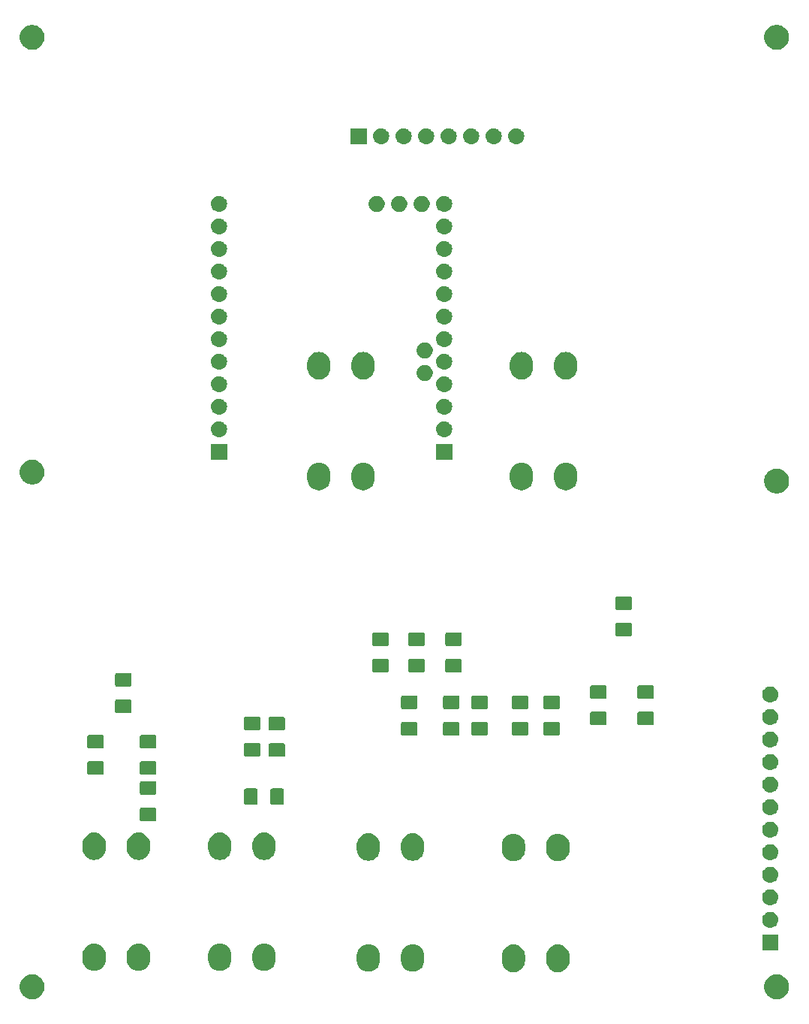
<source format=gbr>
%TF.GenerationSoftware,KiCad,Pcbnew,5.0.2-bee76a0~70~ubuntu18.04.1*%
%TF.CreationDate,2019-03-20T00:35:03+07:00*%
%TF.ProjectId,Display,44697370-6c61-4792-9e6b-696361645f70,rev?*%
%TF.SameCoordinates,PX1036640PY112a880*%
%TF.FileFunction,Soldermask,Top*%
%TF.FilePolarity,Negative*%
%FSLAX46Y46*%
G04 Gerber Fmt 4.6, Leading zero omitted, Abs format (unit mm)*
G04 Created by KiCad (PCBNEW 5.0.2-bee76a0~70~ubuntu18.04.1) date Wed 20 Mar 2019 12:35:03 AM +07*
%MOMM*%
%LPD*%
G01*
G04 APERTURE LIST*
%ADD10C,0.100000*%
G04 APERTURE END LIST*
D10*
G36*
X87318433Y-108634893D02*
X87408657Y-108652839D01*
X87514267Y-108696585D01*
X87663621Y-108758449D01*
X87893089Y-108911774D01*
X88088226Y-109106911D01*
X88241551Y-109336379D01*
X88347161Y-109591344D01*
X88401000Y-109862012D01*
X88401000Y-110137988D01*
X88347161Y-110408656D01*
X88241551Y-110663621D01*
X88088226Y-110893089D01*
X87893089Y-111088226D01*
X87663621Y-111241551D01*
X87514267Y-111303415D01*
X87408657Y-111347161D01*
X87318433Y-111365107D01*
X87137988Y-111401000D01*
X86862012Y-111401000D01*
X86681567Y-111365107D01*
X86591343Y-111347161D01*
X86485733Y-111303415D01*
X86336379Y-111241551D01*
X86106911Y-111088226D01*
X85911774Y-110893089D01*
X85758449Y-110663621D01*
X85652839Y-110408656D01*
X85599000Y-110137988D01*
X85599000Y-109862012D01*
X85652839Y-109591344D01*
X85758449Y-109336379D01*
X85911774Y-109106911D01*
X86106911Y-108911774D01*
X86336379Y-108758449D01*
X86485733Y-108696585D01*
X86591343Y-108652839D01*
X86681567Y-108634893D01*
X86862012Y-108599000D01*
X87137988Y-108599000D01*
X87318433Y-108634893D01*
X87318433Y-108634893D01*
G37*
G36*
X3318433Y-108634893D02*
X3408657Y-108652839D01*
X3514267Y-108696585D01*
X3663621Y-108758449D01*
X3893089Y-108911774D01*
X4088226Y-109106911D01*
X4241551Y-109336379D01*
X4347161Y-109591344D01*
X4401000Y-109862012D01*
X4401000Y-110137988D01*
X4347161Y-110408656D01*
X4241551Y-110663621D01*
X4088226Y-110893089D01*
X3893089Y-111088226D01*
X3663621Y-111241551D01*
X3514267Y-111303415D01*
X3408657Y-111347161D01*
X3318433Y-111365107D01*
X3137988Y-111401000D01*
X2862012Y-111401000D01*
X2681567Y-111365107D01*
X2591343Y-111347161D01*
X2485733Y-111303415D01*
X2336379Y-111241551D01*
X2106911Y-111088226D01*
X1911774Y-110893089D01*
X1758449Y-110663621D01*
X1652839Y-110408656D01*
X1599000Y-110137988D01*
X1599000Y-109862012D01*
X1652839Y-109591344D01*
X1758449Y-109336379D01*
X1911774Y-109106911D01*
X2106911Y-108911774D01*
X2336379Y-108758449D01*
X2485733Y-108696585D01*
X2591343Y-108652839D01*
X2681567Y-108634893D01*
X2862012Y-108599000D01*
X3137988Y-108599000D01*
X3318433Y-108634893D01*
X3318433Y-108634893D01*
G37*
G36*
X62569040Y-105261825D02*
X62814280Y-105336218D01*
X62814282Y-105336219D01*
X63040296Y-105457026D01*
X63238397Y-105619603D01*
X63400976Y-105817706D01*
X63521780Y-106043716D01*
X63521781Y-106043719D01*
X63521782Y-106043721D01*
X63596175Y-106288961D01*
X63615000Y-106480096D01*
X63615000Y-107107905D01*
X63596175Y-107299040D01*
X63521782Y-107544280D01*
X63400976Y-107770293D01*
X63400974Y-107770295D01*
X63238396Y-107968397D01*
X63040295Y-108130974D01*
X62814281Y-108251781D01*
X62814279Y-108251782D01*
X62569039Y-108326175D01*
X62314000Y-108351294D01*
X62058960Y-108326175D01*
X61813720Y-108251782D01*
X61587706Y-108130975D01*
X61535309Y-108087974D01*
X61389603Y-107968396D01*
X61227026Y-107770295D01*
X61106219Y-107544281D01*
X61093175Y-107501281D01*
X61031825Y-107299039D01*
X61013000Y-107107904D01*
X61013000Y-106480095D01*
X61031825Y-106288960D01*
X61106218Y-106043720D01*
X61227025Y-105817706D01*
X61241602Y-105799944D01*
X61389604Y-105619603D01*
X61587705Y-105457026D01*
X61813719Y-105336219D01*
X61813721Y-105336218D01*
X62058961Y-105261825D01*
X62314000Y-105236706D01*
X62569040Y-105261825D01*
X62569040Y-105261825D01*
G37*
G36*
X57569040Y-105261825D02*
X57814280Y-105336218D01*
X57814282Y-105336219D01*
X58040296Y-105457026D01*
X58238397Y-105619603D01*
X58400976Y-105817706D01*
X58521780Y-106043716D01*
X58521781Y-106043719D01*
X58521782Y-106043721D01*
X58596175Y-106288961D01*
X58615000Y-106480096D01*
X58615000Y-107107905D01*
X58596175Y-107299040D01*
X58521782Y-107544280D01*
X58400976Y-107770293D01*
X58400974Y-107770295D01*
X58238396Y-107968397D01*
X58040295Y-108130974D01*
X57814281Y-108251781D01*
X57814279Y-108251782D01*
X57569039Y-108326175D01*
X57314000Y-108351294D01*
X57058960Y-108326175D01*
X56813720Y-108251782D01*
X56587706Y-108130975D01*
X56535309Y-108087974D01*
X56389603Y-107968396D01*
X56227026Y-107770295D01*
X56106219Y-107544281D01*
X56093175Y-107501281D01*
X56031825Y-107299039D01*
X56013000Y-107107904D01*
X56013000Y-106480095D01*
X56031825Y-106288960D01*
X56106218Y-106043720D01*
X56227025Y-105817706D01*
X56241602Y-105799944D01*
X56389604Y-105619603D01*
X56587705Y-105457026D01*
X56813719Y-105336219D01*
X56813721Y-105336218D01*
X57058961Y-105261825D01*
X57314000Y-105236706D01*
X57569040Y-105261825D01*
X57569040Y-105261825D01*
G37*
G36*
X41186040Y-105218825D02*
X41431280Y-105293218D01*
X41431282Y-105293219D01*
X41657296Y-105414026D01*
X41855397Y-105576603D01*
X42017976Y-105774706D01*
X42138780Y-106000716D01*
X42138781Y-106000719D01*
X42138782Y-106000721D01*
X42213175Y-106245961D01*
X42232000Y-106437096D01*
X42232000Y-107064905D01*
X42213175Y-107256040D01*
X42138782Y-107501280D01*
X42017976Y-107727293D01*
X42017974Y-107727295D01*
X41855396Y-107925397D01*
X41657295Y-108087974D01*
X41431281Y-108208781D01*
X41431279Y-108208782D01*
X41186039Y-108283175D01*
X40931000Y-108308294D01*
X40675960Y-108283175D01*
X40430720Y-108208782D01*
X40204706Y-108087975D01*
X40102351Y-108003974D01*
X40006603Y-107925396D01*
X39844026Y-107727295D01*
X39723219Y-107501281D01*
X39697738Y-107417282D01*
X39648825Y-107256039D01*
X39630000Y-107064904D01*
X39630000Y-106437095D01*
X39648825Y-106245960D01*
X39723218Y-106000720D01*
X39844025Y-105774706D01*
X39858602Y-105756944D01*
X40006604Y-105576603D01*
X40204705Y-105414026D01*
X40430719Y-105293219D01*
X40430721Y-105293218D01*
X40675961Y-105218825D01*
X40931000Y-105193706D01*
X41186040Y-105218825D01*
X41186040Y-105218825D01*
G37*
G36*
X46186040Y-105218825D02*
X46431280Y-105293218D01*
X46431282Y-105293219D01*
X46657296Y-105414026D01*
X46855397Y-105576603D01*
X47017976Y-105774706D01*
X47138780Y-106000716D01*
X47138781Y-106000719D01*
X47138782Y-106000721D01*
X47213175Y-106245961D01*
X47232000Y-106437096D01*
X47232000Y-107064905D01*
X47213175Y-107256040D01*
X47138782Y-107501280D01*
X47017976Y-107727293D01*
X47017974Y-107727295D01*
X46855396Y-107925397D01*
X46657295Y-108087974D01*
X46431281Y-108208781D01*
X46431279Y-108208782D01*
X46186039Y-108283175D01*
X45931000Y-108308294D01*
X45675960Y-108283175D01*
X45430720Y-108208782D01*
X45204706Y-108087975D01*
X45102351Y-108003974D01*
X45006603Y-107925396D01*
X44844026Y-107727295D01*
X44723219Y-107501281D01*
X44697738Y-107417282D01*
X44648825Y-107256039D01*
X44630000Y-107064904D01*
X44630000Y-106437095D01*
X44648825Y-106245960D01*
X44723218Y-106000720D01*
X44844025Y-105774706D01*
X44858602Y-105756944D01*
X45006604Y-105576603D01*
X45204705Y-105414026D01*
X45430719Y-105293219D01*
X45430721Y-105293218D01*
X45675961Y-105218825D01*
X45931000Y-105193706D01*
X46186040Y-105218825D01*
X46186040Y-105218825D01*
G37*
G36*
X29422040Y-105134825D02*
X29667280Y-105209218D01*
X29667282Y-105209219D01*
X29893296Y-105330026D01*
X30091397Y-105492603D01*
X30253976Y-105690706D01*
X30374780Y-105916716D01*
X30374781Y-105916719D01*
X30374782Y-105916721D01*
X30449175Y-106161961D01*
X30468000Y-106353096D01*
X30468000Y-106980905D01*
X30449175Y-107172040D01*
X30374782Y-107417280D01*
X30253976Y-107643293D01*
X30253974Y-107643295D01*
X30091396Y-107841397D01*
X29893295Y-108003974D01*
X29893293Y-108003975D01*
X29667279Y-108124782D01*
X29422039Y-108199175D01*
X29167000Y-108224294D01*
X28911960Y-108199175D01*
X28666720Y-108124782D01*
X28440706Y-108003975D01*
X28344959Y-107925397D01*
X28242603Y-107841396D01*
X28080026Y-107643295D01*
X27959219Y-107417281D01*
X27959218Y-107417279D01*
X27884825Y-107172039D01*
X27866000Y-106980904D01*
X27866000Y-106353095D01*
X27884825Y-106161960D01*
X27959218Y-105916720D01*
X28080025Y-105690706D01*
X28094602Y-105672944D01*
X28242604Y-105492603D01*
X28440705Y-105330026D01*
X28666719Y-105209219D01*
X28666721Y-105209218D01*
X28911961Y-105134825D01*
X29167000Y-105109706D01*
X29422040Y-105134825D01*
X29422040Y-105134825D01*
G37*
G36*
X15255040Y-105134825D02*
X15500280Y-105209218D01*
X15500282Y-105209219D01*
X15726296Y-105330026D01*
X15924397Y-105492603D01*
X16086976Y-105690706D01*
X16207780Y-105916716D01*
X16207781Y-105916719D01*
X16207782Y-105916721D01*
X16282175Y-106161961D01*
X16301000Y-106353096D01*
X16301000Y-106980905D01*
X16282175Y-107172040D01*
X16207782Y-107417280D01*
X16086976Y-107643293D01*
X16086974Y-107643295D01*
X15924396Y-107841397D01*
X15726295Y-108003974D01*
X15726293Y-108003975D01*
X15500279Y-108124782D01*
X15255039Y-108199175D01*
X15000000Y-108224294D01*
X14744960Y-108199175D01*
X14499720Y-108124782D01*
X14273706Y-108003975D01*
X14177959Y-107925397D01*
X14075603Y-107841396D01*
X13913026Y-107643295D01*
X13792219Y-107417281D01*
X13792218Y-107417279D01*
X13717825Y-107172039D01*
X13699000Y-106980904D01*
X13699000Y-106353095D01*
X13717825Y-106161960D01*
X13792218Y-105916720D01*
X13913025Y-105690706D01*
X13927602Y-105672944D01*
X14075604Y-105492603D01*
X14273705Y-105330026D01*
X14499719Y-105209219D01*
X14499721Y-105209218D01*
X14744961Y-105134825D01*
X15000000Y-105109706D01*
X15255040Y-105134825D01*
X15255040Y-105134825D01*
G37*
G36*
X10255040Y-105134825D02*
X10500280Y-105209218D01*
X10500282Y-105209219D01*
X10726296Y-105330026D01*
X10924397Y-105492603D01*
X11086976Y-105690706D01*
X11207780Y-105916716D01*
X11207781Y-105916719D01*
X11207782Y-105916721D01*
X11282175Y-106161961D01*
X11301000Y-106353096D01*
X11301000Y-106980905D01*
X11282175Y-107172040D01*
X11207782Y-107417280D01*
X11086976Y-107643293D01*
X11086974Y-107643295D01*
X10924396Y-107841397D01*
X10726295Y-108003974D01*
X10726293Y-108003975D01*
X10500279Y-108124782D01*
X10255039Y-108199175D01*
X10000000Y-108224294D01*
X9744960Y-108199175D01*
X9499720Y-108124782D01*
X9273706Y-108003975D01*
X9177959Y-107925397D01*
X9075603Y-107841396D01*
X8913026Y-107643295D01*
X8792219Y-107417281D01*
X8792218Y-107417279D01*
X8717825Y-107172039D01*
X8699000Y-106980904D01*
X8699000Y-106353095D01*
X8717825Y-106161960D01*
X8792218Y-105916720D01*
X8913025Y-105690706D01*
X8927602Y-105672944D01*
X9075604Y-105492603D01*
X9273705Y-105330026D01*
X9499719Y-105209219D01*
X9499721Y-105209218D01*
X9744961Y-105134825D01*
X10000000Y-105109706D01*
X10255040Y-105134825D01*
X10255040Y-105134825D01*
G37*
G36*
X24422040Y-105134825D02*
X24667280Y-105209218D01*
X24667282Y-105209219D01*
X24893296Y-105330026D01*
X25091397Y-105492603D01*
X25253976Y-105690706D01*
X25374780Y-105916716D01*
X25374781Y-105916719D01*
X25374782Y-105916721D01*
X25449175Y-106161961D01*
X25468000Y-106353096D01*
X25468000Y-106980905D01*
X25449175Y-107172040D01*
X25374782Y-107417280D01*
X25253976Y-107643293D01*
X25253974Y-107643295D01*
X25091396Y-107841397D01*
X24893295Y-108003974D01*
X24893293Y-108003975D01*
X24667279Y-108124782D01*
X24422039Y-108199175D01*
X24167000Y-108224294D01*
X23911960Y-108199175D01*
X23666720Y-108124782D01*
X23440706Y-108003975D01*
X23344959Y-107925397D01*
X23242603Y-107841396D01*
X23080026Y-107643295D01*
X22959219Y-107417281D01*
X22959218Y-107417279D01*
X22884825Y-107172039D01*
X22866000Y-106980904D01*
X22866000Y-106353095D01*
X22884825Y-106161960D01*
X22959218Y-105916720D01*
X23080025Y-105690706D01*
X23094602Y-105672944D01*
X23242604Y-105492603D01*
X23440705Y-105330026D01*
X23666719Y-105209219D01*
X23666721Y-105209218D01*
X23911961Y-105134825D01*
X24167000Y-105109706D01*
X24422040Y-105134825D01*
X24422040Y-105134825D01*
G37*
G36*
X87171000Y-105900000D02*
X85369000Y-105900000D01*
X85369000Y-104098000D01*
X87171000Y-104098000D01*
X87171000Y-105900000D01*
X87171000Y-105900000D01*
G37*
G36*
X86380442Y-101564518D02*
X86446627Y-101571037D01*
X86559853Y-101605384D01*
X86616467Y-101622557D01*
X86755087Y-101696652D01*
X86772991Y-101706222D01*
X86808729Y-101735552D01*
X86910186Y-101818814D01*
X86993448Y-101920271D01*
X87022778Y-101956009D01*
X87022779Y-101956011D01*
X87106443Y-102112533D01*
X87106443Y-102112534D01*
X87157963Y-102282373D01*
X87175359Y-102459000D01*
X87157963Y-102635627D01*
X87123616Y-102748853D01*
X87106443Y-102805467D01*
X87032348Y-102944087D01*
X87022778Y-102961991D01*
X86993448Y-102997729D01*
X86910186Y-103099186D01*
X86808729Y-103182448D01*
X86772991Y-103211778D01*
X86772989Y-103211779D01*
X86616467Y-103295443D01*
X86559853Y-103312616D01*
X86446627Y-103346963D01*
X86380443Y-103353481D01*
X86314260Y-103360000D01*
X86225740Y-103360000D01*
X86159557Y-103353481D01*
X86093373Y-103346963D01*
X85980147Y-103312616D01*
X85923533Y-103295443D01*
X85767011Y-103211779D01*
X85767009Y-103211778D01*
X85731271Y-103182448D01*
X85629814Y-103099186D01*
X85546552Y-102997729D01*
X85517222Y-102961991D01*
X85507652Y-102944087D01*
X85433557Y-102805467D01*
X85416384Y-102748853D01*
X85382037Y-102635627D01*
X85364641Y-102459000D01*
X85382037Y-102282373D01*
X85433557Y-102112534D01*
X85433557Y-102112533D01*
X85517221Y-101956011D01*
X85517222Y-101956009D01*
X85546552Y-101920271D01*
X85629814Y-101818814D01*
X85731271Y-101735552D01*
X85767009Y-101706222D01*
X85784913Y-101696652D01*
X85923533Y-101622557D01*
X85980147Y-101605384D01*
X86093373Y-101571037D01*
X86159558Y-101564518D01*
X86225740Y-101558000D01*
X86314260Y-101558000D01*
X86380442Y-101564518D01*
X86380442Y-101564518D01*
G37*
G36*
X86380442Y-99024518D02*
X86446627Y-99031037D01*
X86559853Y-99065384D01*
X86616467Y-99082557D01*
X86755087Y-99156652D01*
X86772991Y-99166222D01*
X86808729Y-99195552D01*
X86910186Y-99278814D01*
X86993448Y-99380271D01*
X87022778Y-99416009D01*
X87022779Y-99416011D01*
X87106443Y-99572533D01*
X87106443Y-99572534D01*
X87157963Y-99742373D01*
X87175359Y-99919000D01*
X87157963Y-100095627D01*
X87123616Y-100208853D01*
X87106443Y-100265467D01*
X87032348Y-100404087D01*
X87022778Y-100421991D01*
X86993448Y-100457729D01*
X86910186Y-100559186D01*
X86808729Y-100642448D01*
X86772991Y-100671778D01*
X86772989Y-100671779D01*
X86616467Y-100755443D01*
X86559853Y-100772616D01*
X86446627Y-100806963D01*
X86380443Y-100813481D01*
X86314260Y-100820000D01*
X86225740Y-100820000D01*
X86159557Y-100813481D01*
X86093373Y-100806963D01*
X85980147Y-100772616D01*
X85923533Y-100755443D01*
X85767011Y-100671779D01*
X85767009Y-100671778D01*
X85731271Y-100642448D01*
X85629814Y-100559186D01*
X85546552Y-100457729D01*
X85517222Y-100421991D01*
X85507652Y-100404087D01*
X85433557Y-100265467D01*
X85416384Y-100208853D01*
X85382037Y-100095627D01*
X85364641Y-99919000D01*
X85382037Y-99742373D01*
X85433557Y-99572534D01*
X85433557Y-99572533D01*
X85517221Y-99416011D01*
X85517222Y-99416009D01*
X85546552Y-99380271D01*
X85629814Y-99278814D01*
X85731271Y-99195552D01*
X85767009Y-99166222D01*
X85784913Y-99156652D01*
X85923533Y-99082557D01*
X85980147Y-99065384D01*
X86093373Y-99031037D01*
X86159558Y-99024518D01*
X86225740Y-99018000D01*
X86314260Y-99018000D01*
X86380442Y-99024518D01*
X86380442Y-99024518D01*
G37*
G36*
X86380442Y-96484518D02*
X86446627Y-96491037D01*
X86559853Y-96525384D01*
X86616467Y-96542557D01*
X86755087Y-96616652D01*
X86772991Y-96626222D01*
X86808729Y-96655552D01*
X86910186Y-96738814D01*
X86993448Y-96840271D01*
X87022778Y-96876009D01*
X87022779Y-96876011D01*
X87106443Y-97032533D01*
X87106443Y-97032534D01*
X87157963Y-97202373D01*
X87175359Y-97379000D01*
X87157963Y-97555627D01*
X87123616Y-97668853D01*
X87106443Y-97725467D01*
X87032348Y-97864087D01*
X87022778Y-97881991D01*
X86993448Y-97917729D01*
X86910186Y-98019186D01*
X86808729Y-98102448D01*
X86772991Y-98131778D01*
X86772989Y-98131779D01*
X86616467Y-98215443D01*
X86559853Y-98232616D01*
X86446627Y-98266963D01*
X86380442Y-98273482D01*
X86314260Y-98280000D01*
X86225740Y-98280000D01*
X86159558Y-98273482D01*
X86093373Y-98266963D01*
X85980147Y-98232616D01*
X85923533Y-98215443D01*
X85767011Y-98131779D01*
X85767009Y-98131778D01*
X85731271Y-98102448D01*
X85629814Y-98019186D01*
X85546552Y-97917729D01*
X85517222Y-97881991D01*
X85507652Y-97864087D01*
X85433557Y-97725467D01*
X85416384Y-97668853D01*
X85382037Y-97555627D01*
X85364641Y-97379000D01*
X85382037Y-97202373D01*
X85433557Y-97032534D01*
X85433557Y-97032533D01*
X85517221Y-96876011D01*
X85517222Y-96876009D01*
X85546552Y-96840271D01*
X85629814Y-96738814D01*
X85731271Y-96655552D01*
X85767009Y-96626222D01*
X85784913Y-96616652D01*
X85923533Y-96542557D01*
X85980147Y-96525384D01*
X86093373Y-96491037D01*
X86159558Y-96484518D01*
X86225740Y-96478000D01*
X86314260Y-96478000D01*
X86380442Y-96484518D01*
X86380442Y-96484518D01*
G37*
G36*
X62569040Y-92761825D02*
X62814280Y-92836218D01*
X62814282Y-92836219D01*
X63040296Y-92957026D01*
X63238397Y-93119603D01*
X63400976Y-93317706D01*
X63521780Y-93543716D01*
X63521781Y-93543719D01*
X63521782Y-93543721D01*
X63596175Y-93788961D01*
X63615000Y-93980096D01*
X63615000Y-94607905D01*
X63596175Y-94799040D01*
X63521782Y-95044280D01*
X63400976Y-95270293D01*
X63400974Y-95270295D01*
X63238396Y-95468397D01*
X63040295Y-95630974D01*
X62860712Y-95726963D01*
X62814279Y-95751782D01*
X62569039Y-95826175D01*
X62314000Y-95851294D01*
X62058960Y-95826175D01*
X61813720Y-95751782D01*
X61587706Y-95630975D01*
X61535309Y-95587974D01*
X61389603Y-95468396D01*
X61227026Y-95270295D01*
X61106219Y-95044281D01*
X61106218Y-95044279D01*
X61031825Y-94799039D01*
X61013000Y-94607904D01*
X61013000Y-93980095D01*
X61031825Y-93788960D01*
X61106218Y-93543720D01*
X61227025Y-93317706D01*
X61241602Y-93299944D01*
X61389604Y-93119603D01*
X61587705Y-92957026D01*
X61813719Y-92836219D01*
X61813721Y-92836218D01*
X62058961Y-92761825D01*
X62314000Y-92736706D01*
X62569040Y-92761825D01*
X62569040Y-92761825D01*
G37*
G36*
X57569040Y-92761825D02*
X57814280Y-92836218D01*
X57814282Y-92836219D01*
X58040296Y-92957026D01*
X58238397Y-93119603D01*
X58400976Y-93317706D01*
X58521780Y-93543716D01*
X58521781Y-93543719D01*
X58521782Y-93543721D01*
X58596175Y-93788961D01*
X58615000Y-93980096D01*
X58615000Y-94607905D01*
X58596175Y-94799040D01*
X58521782Y-95044280D01*
X58400976Y-95270293D01*
X58400974Y-95270295D01*
X58238396Y-95468397D01*
X58040295Y-95630974D01*
X57860712Y-95726963D01*
X57814279Y-95751782D01*
X57569039Y-95826175D01*
X57314000Y-95851294D01*
X57058960Y-95826175D01*
X56813720Y-95751782D01*
X56587706Y-95630975D01*
X56535309Y-95587974D01*
X56389603Y-95468396D01*
X56227026Y-95270295D01*
X56106219Y-95044281D01*
X56106218Y-95044279D01*
X56031825Y-94799039D01*
X56013000Y-94607904D01*
X56013000Y-93980095D01*
X56031825Y-93788960D01*
X56106218Y-93543720D01*
X56227025Y-93317706D01*
X56241602Y-93299944D01*
X56389604Y-93119603D01*
X56587705Y-92957026D01*
X56813719Y-92836219D01*
X56813721Y-92836218D01*
X57058961Y-92761825D01*
X57314000Y-92736706D01*
X57569040Y-92761825D01*
X57569040Y-92761825D01*
G37*
G36*
X41186040Y-92718825D02*
X41431280Y-92793218D01*
X41431282Y-92793219D01*
X41657296Y-92914026D01*
X41855397Y-93076603D01*
X42017976Y-93274706D01*
X42138780Y-93500716D01*
X42138781Y-93500719D01*
X42138782Y-93500721D01*
X42213175Y-93745961D01*
X42232000Y-93937096D01*
X42232000Y-94564905D01*
X42213175Y-94756040D01*
X42138782Y-95001280D01*
X42017976Y-95227293D01*
X42017974Y-95227295D01*
X41855396Y-95425397D01*
X41657295Y-95587974D01*
X41431281Y-95708781D01*
X41431279Y-95708782D01*
X41186039Y-95783175D01*
X40931000Y-95808294D01*
X40675960Y-95783175D01*
X40430720Y-95708782D01*
X40204706Y-95587975D01*
X40102351Y-95503974D01*
X40006603Y-95425396D01*
X39844026Y-95227295D01*
X39723219Y-95001281D01*
X39697738Y-94917282D01*
X39648825Y-94756039D01*
X39630000Y-94564904D01*
X39630000Y-93937095D01*
X39648825Y-93745960D01*
X39723218Y-93500720D01*
X39844025Y-93274706D01*
X39905335Y-93200000D01*
X40006604Y-93076603D01*
X40204705Y-92914026D01*
X40430719Y-92793219D01*
X40430721Y-92793218D01*
X40675961Y-92718825D01*
X40931000Y-92693706D01*
X41186040Y-92718825D01*
X41186040Y-92718825D01*
G37*
G36*
X46186040Y-92718825D02*
X46431280Y-92793218D01*
X46431282Y-92793219D01*
X46657296Y-92914026D01*
X46855397Y-93076603D01*
X47017976Y-93274706D01*
X47138780Y-93500716D01*
X47138781Y-93500719D01*
X47138782Y-93500721D01*
X47213175Y-93745961D01*
X47232000Y-93937096D01*
X47232000Y-94564905D01*
X47213175Y-94756040D01*
X47138782Y-95001280D01*
X47017976Y-95227293D01*
X47017974Y-95227295D01*
X46855396Y-95425397D01*
X46657295Y-95587974D01*
X46431281Y-95708781D01*
X46431279Y-95708782D01*
X46186039Y-95783175D01*
X45931000Y-95808294D01*
X45675960Y-95783175D01*
X45430720Y-95708782D01*
X45204706Y-95587975D01*
X45102351Y-95503974D01*
X45006603Y-95425396D01*
X44844026Y-95227295D01*
X44723219Y-95001281D01*
X44697738Y-94917282D01*
X44648825Y-94756039D01*
X44630000Y-94564904D01*
X44630000Y-93937095D01*
X44648825Y-93745960D01*
X44723218Y-93500720D01*
X44844025Y-93274706D01*
X44905335Y-93200000D01*
X45006604Y-93076603D01*
X45204705Y-92914026D01*
X45430719Y-92793219D01*
X45430721Y-92793218D01*
X45675961Y-92718825D01*
X45931000Y-92693706D01*
X46186040Y-92718825D01*
X46186040Y-92718825D01*
G37*
G36*
X86380443Y-93944519D02*
X86446627Y-93951037D01*
X86542422Y-93980096D01*
X86616467Y-94002557D01*
X86755087Y-94076652D01*
X86772991Y-94086222D01*
X86808729Y-94115552D01*
X86910186Y-94198814D01*
X86993448Y-94300271D01*
X87022778Y-94336009D01*
X87022779Y-94336011D01*
X87106443Y-94492533D01*
X87106443Y-94492534D01*
X87157963Y-94662373D01*
X87175359Y-94839000D01*
X87157963Y-95015627D01*
X87123616Y-95128853D01*
X87106443Y-95185467D01*
X87084085Y-95227295D01*
X87022778Y-95341991D01*
X86993448Y-95377729D01*
X86910186Y-95479186D01*
X86808729Y-95562448D01*
X86772991Y-95591778D01*
X86772989Y-95591779D01*
X86616467Y-95675443D01*
X86559853Y-95692616D01*
X86446627Y-95726963D01*
X86380442Y-95733482D01*
X86314260Y-95740000D01*
X86225740Y-95740000D01*
X86159558Y-95733482D01*
X86093373Y-95726963D01*
X85980147Y-95692616D01*
X85923533Y-95675443D01*
X85767011Y-95591779D01*
X85767009Y-95591778D01*
X85731271Y-95562448D01*
X85629814Y-95479186D01*
X85546552Y-95377729D01*
X85517222Y-95341991D01*
X85455915Y-95227295D01*
X85433557Y-95185467D01*
X85416384Y-95128853D01*
X85382037Y-95015627D01*
X85364641Y-94839000D01*
X85382037Y-94662373D01*
X85433557Y-94492534D01*
X85433557Y-94492533D01*
X85517221Y-94336011D01*
X85517222Y-94336009D01*
X85546552Y-94300271D01*
X85629814Y-94198814D01*
X85731271Y-94115552D01*
X85767009Y-94086222D01*
X85784913Y-94076652D01*
X85923533Y-94002557D01*
X85997578Y-93980096D01*
X86093373Y-93951037D01*
X86159557Y-93944519D01*
X86225740Y-93938000D01*
X86314260Y-93938000D01*
X86380443Y-93944519D01*
X86380443Y-93944519D01*
G37*
G36*
X10255040Y-92634825D02*
X10500280Y-92709218D01*
X10500282Y-92709219D01*
X10726296Y-92830026D01*
X10924397Y-92992603D01*
X11086976Y-93190706D01*
X11207780Y-93416716D01*
X11207781Y-93416719D01*
X11207782Y-93416721D01*
X11282175Y-93661961D01*
X11301000Y-93853096D01*
X11301000Y-94480905D01*
X11282175Y-94672040D01*
X11207782Y-94917280D01*
X11086976Y-95143293D01*
X11086974Y-95143295D01*
X10924396Y-95341397D01*
X10726295Y-95503974D01*
X10726293Y-95503975D01*
X10500279Y-95624782D01*
X10255039Y-95699175D01*
X10000000Y-95724294D01*
X9744960Y-95699175D01*
X9499720Y-95624782D01*
X9273706Y-95503975D01*
X9177959Y-95425397D01*
X9075603Y-95341396D01*
X8913026Y-95143295D01*
X8792219Y-94917281D01*
X8792218Y-94917279D01*
X8717825Y-94672039D01*
X8699000Y-94480904D01*
X8699000Y-93853095D01*
X8717825Y-93661960D01*
X8792218Y-93416720D01*
X8913025Y-93190706D01*
X8927602Y-93172944D01*
X9075604Y-92992603D01*
X9273705Y-92830026D01*
X9499719Y-92709219D01*
X9499721Y-92709218D01*
X9744961Y-92634825D01*
X10000000Y-92609706D01*
X10255040Y-92634825D01*
X10255040Y-92634825D01*
G37*
G36*
X15255040Y-92634825D02*
X15500280Y-92709218D01*
X15500282Y-92709219D01*
X15726296Y-92830026D01*
X15924397Y-92992603D01*
X16086976Y-93190706D01*
X16207780Y-93416716D01*
X16207781Y-93416719D01*
X16207782Y-93416721D01*
X16282175Y-93661961D01*
X16301000Y-93853096D01*
X16301000Y-94480905D01*
X16282175Y-94672040D01*
X16207782Y-94917280D01*
X16086976Y-95143293D01*
X16086974Y-95143295D01*
X15924396Y-95341397D01*
X15726295Y-95503974D01*
X15726293Y-95503975D01*
X15500279Y-95624782D01*
X15255039Y-95699175D01*
X15000000Y-95724294D01*
X14744960Y-95699175D01*
X14499720Y-95624782D01*
X14273706Y-95503975D01*
X14177959Y-95425397D01*
X14075603Y-95341396D01*
X13913026Y-95143295D01*
X13792219Y-94917281D01*
X13792218Y-94917279D01*
X13717825Y-94672039D01*
X13699000Y-94480904D01*
X13699000Y-93853095D01*
X13717825Y-93661960D01*
X13792218Y-93416720D01*
X13913025Y-93190706D01*
X13927602Y-93172944D01*
X14075604Y-92992603D01*
X14273705Y-92830026D01*
X14499719Y-92709219D01*
X14499721Y-92709218D01*
X14744961Y-92634825D01*
X15000000Y-92609706D01*
X15255040Y-92634825D01*
X15255040Y-92634825D01*
G37*
G36*
X29422040Y-92634825D02*
X29667280Y-92709218D01*
X29667282Y-92709219D01*
X29893296Y-92830026D01*
X30091397Y-92992603D01*
X30253976Y-93190706D01*
X30374780Y-93416716D01*
X30374781Y-93416719D01*
X30374782Y-93416721D01*
X30449175Y-93661961D01*
X30468000Y-93853096D01*
X30468000Y-94480905D01*
X30449175Y-94672040D01*
X30374782Y-94917280D01*
X30253976Y-95143293D01*
X30253974Y-95143295D01*
X30091396Y-95341397D01*
X29893295Y-95503974D01*
X29893293Y-95503975D01*
X29667279Y-95624782D01*
X29422039Y-95699175D01*
X29167000Y-95724294D01*
X28911960Y-95699175D01*
X28666720Y-95624782D01*
X28440706Y-95503975D01*
X28344959Y-95425397D01*
X28242603Y-95341396D01*
X28080026Y-95143295D01*
X27959219Y-94917281D01*
X27959218Y-94917279D01*
X27884825Y-94672039D01*
X27866000Y-94480904D01*
X27866000Y-93853095D01*
X27884825Y-93661960D01*
X27959218Y-93416720D01*
X28080025Y-93190706D01*
X28094602Y-93172944D01*
X28242604Y-92992603D01*
X28440705Y-92830026D01*
X28666719Y-92709219D01*
X28666721Y-92709218D01*
X28911961Y-92634825D01*
X29167000Y-92609706D01*
X29422040Y-92634825D01*
X29422040Y-92634825D01*
G37*
G36*
X24422040Y-92634825D02*
X24667280Y-92709218D01*
X24667282Y-92709219D01*
X24893296Y-92830026D01*
X25091397Y-92992603D01*
X25253976Y-93190706D01*
X25374780Y-93416716D01*
X25374781Y-93416719D01*
X25374782Y-93416721D01*
X25449175Y-93661961D01*
X25468000Y-93853096D01*
X25468000Y-94480905D01*
X25449175Y-94672040D01*
X25374782Y-94917280D01*
X25253976Y-95143293D01*
X25253974Y-95143295D01*
X25091396Y-95341397D01*
X24893295Y-95503974D01*
X24893293Y-95503975D01*
X24667279Y-95624782D01*
X24422039Y-95699175D01*
X24167000Y-95724294D01*
X23911960Y-95699175D01*
X23666720Y-95624782D01*
X23440706Y-95503975D01*
X23344959Y-95425397D01*
X23242603Y-95341396D01*
X23080026Y-95143295D01*
X22959219Y-94917281D01*
X22959218Y-94917279D01*
X22884825Y-94672039D01*
X22866000Y-94480904D01*
X22866000Y-93853095D01*
X22884825Y-93661960D01*
X22959218Y-93416720D01*
X23080025Y-93190706D01*
X23094602Y-93172944D01*
X23242604Y-92992603D01*
X23440705Y-92830026D01*
X23666719Y-92709219D01*
X23666721Y-92709218D01*
X23911961Y-92634825D01*
X24167000Y-92609706D01*
X24422040Y-92634825D01*
X24422040Y-92634825D01*
G37*
G36*
X86380442Y-91404518D02*
X86446627Y-91411037D01*
X86559853Y-91445384D01*
X86616467Y-91462557D01*
X86755087Y-91536652D01*
X86772991Y-91546222D01*
X86808729Y-91575552D01*
X86910186Y-91658814D01*
X86993448Y-91760271D01*
X87022778Y-91796009D01*
X87022779Y-91796011D01*
X87106443Y-91952533D01*
X87106443Y-91952534D01*
X87157963Y-92122373D01*
X87175359Y-92299000D01*
X87157963Y-92475627D01*
X87123616Y-92588853D01*
X87106443Y-92645467D01*
X87057674Y-92736706D01*
X87022778Y-92801991D01*
X86999771Y-92830025D01*
X86910186Y-92939186D01*
X86808729Y-93022448D01*
X86772991Y-93051778D01*
X86772989Y-93051779D01*
X86616467Y-93135443D01*
X86559853Y-93152616D01*
X86446627Y-93186963D01*
X86380442Y-93193482D01*
X86314260Y-93200000D01*
X86225740Y-93200000D01*
X86159558Y-93193482D01*
X86093373Y-93186963D01*
X85980147Y-93152616D01*
X85923533Y-93135443D01*
X85767011Y-93051779D01*
X85767009Y-93051778D01*
X85731271Y-93022448D01*
X85629814Y-92939186D01*
X85540229Y-92830025D01*
X85517222Y-92801991D01*
X85482326Y-92736706D01*
X85433557Y-92645467D01*
X85416384Y-92588853D01*
X85382037Y-92475627D01*
X85364641Y-92299000D01*
X85382037Y-92122373D01*
X85433557Y-91952534D01*
X85433557Y-91952533D01*
X85517221Y-91796011D01*
X85517222Y-91796009D01*
X85546552Y-91760271D01*
X85629814Y-91658814D01*
X85731271Y-91575552D01*
X85767009Y-91546222D01*
X85784913Y-91536652D01*
X85923533Y-91462557D01*
X85980147Y-91445384D01*
X86093373Y-91411037D01*
X86159558Y-91404518D01*
X86225740Y-91398000D01*
X86314260Y-91398000D01*
X86380442Y-91404518D01*
X86380442Y-91404518D01*
G37*
G36*
X16861562Y-89815181D02*
X16896477Y-89825773D01*
X16928665Y-89842978D01*
X16956873Y-89866127D01*
X16980022Y-89894335D01*
X16997227Y-89926523D01*
X17007819Y-89961438D01*
X17012000Y-90003895D01*
X17012000Y-91145105D01*
X17007819Y-91187562D01*
X16997227Y-91222477D01*
X16980022Y-91254665D01*
X16956873Y-91282873D01*
X16928665Y-91306022D01*
X16896477Y-91323227D01*
X16861562Y-91333819D01*
X16819105Y-91338000D01*
X15352895Y-91338000D01*
X15310438Y-91333819D01*
X15275523Y-91323227D01*
X15243335Y-91306022D01*
X15215127Y-91282873D01*
X15191978Y-91254665D01*
X15174773Y-91222477D01*
X15164181Y-91187562D01*
X15160000Y-91145105D01*
X15160000Y-90003895D01*
X15164181Y-89961438D01*
X15174773Y-89926523D01*
X15191978Y-89894335D01*
X15215127Y-89866127D01*
X15243335Y-89842978D01*
X15275523Y-89825773D01*
X15310438Y-89815181D01*
X15352895Y-89811000D01*
X16819105Y-89811000D01*
X16861562Y-89815181D01*
X16861562Y-89815181D01*
G37*
G36*
X86380442Y-88864518D02*
X86446627Y-88871037D01*
X86559853Y-88905384D01*
X86616467Y-88922557D01*
X86755087Y-88996652D01*
X86772991Y-89006222D01*
X86808729Y-89035552D01*
X86910186Y-89118814D01*
X86993448Y-89220271D01*
X87022778Y-89256009D01*
X87022779Y-89256011D01*
X87106443Y-89412533D01*
X87106443Y-89412534D01*
X87157963Y-89582373D01*
X87175359Y-89759000D01*
X87157963Y-89935627D01*
X87150133Y-89961438D01*
X87106443Y-90105467D01*
X87032348Y-90244087D01*
X87022778Y-90261991D01*
X86993448Y-90297729D01*
X86910186Y-90399186D01*
X86808729Y-90482448D01*
X86772991Y-90511778D01*
X86772989Y-90511779D01*
X86616467Y-90595443D01*
X86559853Y-90612616D01*
X86446627Y-90646963D01*
X86380442Y-90653482D01*
X86314260Y-90660000D01*
X86225740Y-90660000D01*
X86159558Y-90653482D01*
X86093373Y-90646963D01*
X85980147Y-90612616D01*
X85923533Y-90595443D01*
X85767011Y-90511779D01*
X85767009Y-90511778D01*
X85731271Y-90482448D01*
X85629814Y-90399186D01*
X85546552Y-90297729D01*
X85517222Y-90261991D01*
X85507652Y-90244087D01*
X85433557Y-90105467D01*
X85389867Y-89961438D01*
X85382037Y-89935627D01*
X85364641Y-89759000D01*
X85382037Y-89582373D01*
X85433557Y-89412534D01*
X85433557Y-89412533D01*
X85517221Y-89256011D01*
X85517222Y-89256009D01*
X85546552Y-89220271D01*
X85629814Y-89118814D01*
X85731271Y-89035552D01*
X85767009Y-89006222D01*
X85784913Y-88996652D01*
X85923533Y-88922557D01*
X85980147Y-88905384D01*
X86093373Y-88871037D01*
X86159558Y-88864518D01*
X86225740Y-88858000D01*
X86314260Y-88858000D01*
X86380442Y-88864518D01*
X86380442Y-88864518D01*
G37*
G36*
X31267562Y-87657181D02*
X31302477Y-87667773D01*
X31334665Y-87684978D01*
X31362873Y-87708127D01*
X31386022Y-87736335D01*
X31403227Y-87768523D01*
X31413819Y-87803438D01*
X31418000Y-87845895D01*
X31418000Y-89312105D01*
X31413819Y-89354562D01*
X31403227Y-89389477D01*
X31386022Y-89421665D01*
X31362873Y-89449873D01*
X31334665Y-89473022D01*
X31302477Y-89490227D01*
X31267562Y-89500819D01*
X31225105Y-89505000D01*
X30083895Y-89505000D01*
X30041438Y-89500819D01*
X30006523Y-89490227D01*
X29974335Y-89473022D01*
X29946127Y-89449873D01*
X29922978Y-89421665D01*
X29905773Y-89389477D01*
X29895181Y-89354562D01*
X29891000Y-89312105D01*
X29891000Y-87845895D01*
X29895181Y-87803438D01*
X29905773Y-87768523D01*
X29922978Y-87736335D01*
X29946127Y-87708127D01*
X29974335Y-87684978D01*
X30006523Y-87667773D01*
X30041438Y-87657181D01*
X30083895Y-87653000D01*
X31225105Y-87653000D01*
X31267562Y-87657181D01*
X31267562Y-87657181D01*
G37*
G36*
X28292562Y-87657181D02*
X28327477Y-87667773D01*
X28359665Y-87684978D01*
X28387873Y-87708127D01*
X28411022Y-87736335D01*
X28428227Y-87768523D01*
X28438819Y-87803438D01*
X28443000Y-87845895D01*
X28443000Y-89312105D01*
X28438819Y-89354562D01*
X28428227Y-89389477D01*
X28411022Y-89421665D01*
X28387873Y-89449873D01*
X28359665Y-89473022D01*
X28327477Y-89490227D01*
X28292562Y-89500819D01*
X28250105Y-89505000D01*
X27108895Y-89505000D01*
X27066438Y-89500819D01*
X27031523Y-89490227D01*
X26999335Y-89473022D01*
X26971127Y-89449873D01*
X26947978Y-89421665D01*
X26930773Y-89389477D01*
X26920181Y-89354562D01*
X26916000Y-89312105D01*
X26916000Y-87845895D01*
X26920181Y-87803438D01*
X26930773Y-87768523D01*
X26947978Y-87736335D01*
X26971127Y-87708127D01*
X26999335Y-87684978D01*
X27031523Y-87667773D01*
X27066438Y-87657181D01*
X27108895Y-87653000D01*
X28250105Y-87653000D01*
X28292562Y-87657181D01*
X28292562Y-87657181D01*
G37*
G36*
X16861562Y-86840181D02*
X16896477Y-86850773D01*
X16928665Y-86867978D01*
X16956873Y-86891127D01*
X16980022Y-86919335D01*
X16997227Y-86951523D01*
X17007819Y-86986438D01*
X17012000Y-87028895D01*
X17012000Y-88170105D01*
X17007819Y-88212562D01*
X16997227Y-88247477D01*
X16980022Y-88279665D01*
X16956873Y-88307873D01*
X16928665Y-88331022D01*
X16896477Y-88348227D01*
X16861562Y-88358819D01*
X16819105Y-88363000D01*
X15352895Y-88363000D01*
X15310438Y-88358819D01*
X15275523Y-88348227D01*
X15243335Y-88331022D01*
X15215127Y-88307873D01*
X15191978Y-88279665D01*
X15174773Y-88247477D01*
X15164181Y-88212562D01*
X15160000Y-88170105D01*
X15160000Y-87028895D01*
X15164181Y-86986438D01*
X15174773Y-86951523D01*
X15191978Y-86919335D01*
X15215127Y-86891127D01*
X15243335Y-86867978D01*
X15275523Y-86850773D01*
X15310438Y-86840181D01*
X15352895Y-86836000D01*
X16819105Y-86836000D01*
X16861562Y-86840181D01*
X16861562Y-86840181D01*
G37*
G36*
X86380443Y-86324519D02*
X86446627Y-86331037D01*
X86559853Y-86365384D01*
X86616467Y-86382557D01*
X86755087Y-86456652D01*
X86772991Y-86466222D01*
X86808729Y-86495552D01*
X86910186Y-86578814D01*
X86993448Y-86680271D01*
X87022778Y-86716009D01*
X87022779Y-86716011D01*
X87106443Y-86872533D01*
X87106443Y-86872534D01*
X87157963Y-87042373D01*
X87175359Y-87219000D01*
X87157963Y-87395627D01*
X87123616Y-87508853D01*
X87106443Y-87565467D01*
X87059655Y-87653000D01*
X87022778Y-87721991D01*
X87011006Y-87736335D01*
X86910186Y-87859186D01*
X86834992Y-87920895D01*
X86772991Y-87971778D01*
X86772989Y-87971779D01*
X86616467Y-88055443D01*
X86559853Y-88072616D01*
X86446627Y-88106963D01*
X86380443Y-88113481D01*
X86314260Y-88120000D01*
X86225740Y-88120000D01*
X86159557Y-88113481D01*
X86093373Y-88106963D01*
X85980147Y-88072616D01*
X85923533Y-88055443D01*
X85767011Y-87971779D01*
X85767009Y-87971778D01*
X85705008Y-87920895D01*
X85629814Y-87859186D01*
X85528994Y-87736335D01*
X85517222Y-87721991D01*
X85480345Y-87653000D01*
X85433557Y-87565467D01*
X85416384Y-87508853D01*
X85382037Y-87395627D01*
X85364641Y-87219000D01*
X85382037Y-87042373D01*
X85433557Y-86872534D01*
X85433557Y-86872533D01*
X85517221Y-86716011D01*
X85517222Y-86716009D01*
X85546552Y-86680271D01*
X85629814Y-86578814D01*
X85731271Y-86495552D01*
X85767009Y-86466222D01*
X85784913Y-86456652D01*
X85923533Y-86382557D01*
X85980147Y-86365384D01*
X86093373Y-86331037D01*
X86159557Y-86324519D01*
X86225740Y-86318000D01*
X86314260Y-86318000D01*
X86380443Y-86324519D01*
X86380443Y-86324519D01*
G37*
G36*
X16861562Y-84608181D02*
X16896477Y-84618773D01*
X16928665Y-84635978D01*
X16956873Y-84659127D01*
X16980022Y-84687335D01*
X16997227Y-84719523D01*
X17007819Y-84754438D01*
X17012000Y-84796895D01*
X17012000Y-85938105D01*
X17007819Y-85980562D01*
X16997227Y-86015477D01*
X16980022Y-86047665D01*
X16956873Y-86075873D01*
X16928665Y-86099022D01*
X16896477Y-86116227D01*
X16861562Y-86126819D01*
X16819105Y-86131000D01*
X15352895Y-86131000D01*
X15310438Y-86126819D01*
X15275523Y-86116227D01*
X15243335Y-86099022D01*
X15215127Y-86075873D01*
X15191978Y-86047665D01*
X15174773Y-86015477D01*
X15164181Y-85980562D01*
X15160000Y-85938105D01*
X15160000Y-84796895D01*
X15164181Y-84754438D01*
X15174773Y-84719523D01*
X15191978Y-84687335D01*
X15215127Y-84659127D01*
X15243335Y-84635978D01*
X15275523Y-84618773D01*
X15310438Y-84608181D01*
X15352895Y-84604000D01*
X16819105Y-84604000D01*
X16861562Y-84608181D01*
X16861562Y-84608181D01*
G37*
G36*
X10935562Y-84608181D02*
X10970477Y-84618773D01*
X11002665Y-84635978D01*
X11030873Y-84659127D01*
X11054022Y-84687335D01*
X11071227Y-84719523D01*
X11081819Y-84754438D01*
X11086000Y-84796895D01*
X11086000Y-85938105D01*
X11081819Y-85980562D01*
X11071227Y-86015477D01*
X11054022Y-86047665D01*
X11030873Y-86075873D01*
X11002665Y-86099022D01*
X10970477Y-86116227D01*
X10935562Y-86126819D01*
X10893105Y-86131000D01*
X9426895Y-86131000D01*
X9384438Y-86126819D01*
X9349523Y-86116227D01*
X9317335Y-86099022D01*
X9289127Y-86075873D01*
X9265978Y-86047665D01*
X9248773Y-86015477D01*
X9238181Y-85980562D01*
X9234000Y-85938105D01*
X9234000Y-84796895D01*
X9238181Y-84754438D01*
X9248773Y-84719523D01*
X9265978Y-84687335D01*
X9289127Y-84659127D01*
X9317335Y-84635978D01*
X9349523Y-84618773D01*
X9384438Y-84608181D01*
X9426895Y-84604000D01*
X10893105Y-84604000D01*
X10935562Y-84608181D01*
X10935562Y-84608181D01*
G37*
G36*
X86380442Y-83784518D02*
X86446627Y-83791037D01*
X86559853Y-83825384D01*
X86616467Y-83842557D01*
X86718553Y-83897124D01*
X86772991Y-83926222D01*
X86782010Y-83933624D01*
X86910186Y-84038814D01*
X86993448Y-84140271D01*
X87022778Y-84176009D01*
X87022779Y-84176011D01*
X87106443Y-84332533D01*
X87106443Y-84332534D01*
X87157963Y-84502373D01*
X87175359Y-84679000D01*
X87157963Y-84855627D01*
X87153028Y-84871895D01*
X87106443Y-85025467D01*
X87032348Y-85164087D01*
X87022778Y-85181991D01*
X86993448Y-85217729D01*
X86910186Y-85319186D01*
X86808729Y-85402448D01*
X86772991Y-85431778D01*
X86772989Y-85431779D01*
X86616467Y-85515443D01*
X86559853Y-85532616D01*
X86446627Y-85566963D01*
X86380443Y-85573481D01*
X86314260Y-85580000D01*
X86225740Y-85580000D01*
X86159558Y-85573482D01*
X86093373Y-85566963D01*
X85980147Y-85532616D01*
X85923533Y-85515443D01*
X85767011Y-85431779D01*
X85767009Y-85431778D01*
X85731271Y-85402448D01*
X85629814Y-85319186D01*
X85546552Y-85217729D01*
X85517222Y-85181991D01*
X85507652Y-85164087D01*
X85433557Y-85025467D01*
X85386972Y-84871895D01*
X85382037Y-84855627D01*
X85364641Y-84679000D01*
X85382037Y-84502373D01*
X85433557Y-84332534D01*
X85433557Y-84332533D01*
X85517221Y-84176011D01*
X85517222Y-84176009D01*
X85546552Y-84140271D01*
X85629814Y-84038814D01*
X85757990Y-83933624D01*
X85767009Y-83926222D01*
X85821447Y-83897124D01*
X85923533Y-83842557D01*
X85980147Y-83825384D01*
X86093373Y-83791037D01*
X86159558Y-83784518D01*
X86225740Y-83778000D01*
X86314260Y-83778000D01*
X86380442Y-83784518D01*
X86380442Y-83784518D01*
G37*
G36*
X31382562Y-82576181D02*
X31417477Y-82586773D01*
X31449665Y-82603978D01*
X31477873Y-82627127D01*
X31501022Y-82655335D01*
X31518227Y-82687523D01*
X31528819Y-82722438D01*
X31533000Y-82764895D01*
X31533000Y-83906105D01*
X31528819Y-83948562D01*
X31518227Y-83983477D01*
X31501022Y-84015665D01*
X31477873Y-84043873D01*
X31449665Y-84067022D01*
X31417477Y-84084227D01*
X31382562Y-84094819D01*
X31340105Y-84099000D01*
X29873895Y-84099000D01*
X29831438Y-84094819D01*
X29796523Y-84084227D01*
X29764335Y-84067022D01*
X29736127Y-84043873D01*
X29712978Y-84015665D01*
X29695773Y-83983477D01*
X29685181Y-83948562D01*
X29681000Y-83906105D01*
X29681000Y-82764895D01*
X29685181Y-82722438D01*
X29695773Y-82687523D01*
X29712978Y-82655335D01*
X29736127Y-82627127D01*
X29764335Y-82603978D01*
X29796523Y-82586773D01*
X29831438Y-82576181D01*
X29873895Y-82572000D01*
X31340105Y-82572000D01*
X31382562Y-82576181D01*
X31382562Y-82576181D01*
G37*
G36*
X28588562Y-82539681D02*
X28623477Y-82550273D01*
X28655665Y-82567478D01*
X28683873Y-82590627D01*
X28707022Y-82618835D01*
X28724227Y-82651023D01*
X28734819Y-82685938D01*
X28739000Y-82728395D01*
X28739000Y-83869605D01*
X28734819Y-83912062D01*
X28724227Y-83946977D01*
X28707022Y-83979165D01*
X28683873Y-84007373D01*
X28655665Y-84030522D01*
X28623477Y-84047727D01*
X28588562Y-84058319D01*
X28546105Y-84062500D01*
X27079895Y-84062500D01*
X27037438Y-84058319D01*
X27002523Y-84047727D01*
X26970335Y-84030522D01*
X26942127Y-84007373D01*
X26918978Y-83979165D01*
X26901773Y-83946977D01*
X26891181Y-83912062D01*
X26887000Y-83869605D01*
X26887000Y-82728395D01*
X26891181Y-82685938D01*
X26901773Y-82651023D01*
X26918978Y-82618835D01*
X26942127Y-82590627D01*
X26970335Y-82567478D01*
X27002523Y-82550273D01*
X27037438Y-82539681D01*
X27079895Y-82535500D01*
X28546105Y-82535500D01*
X28588562Y-82539681D01*
X28588562Y-82539681D01*
G37*
G36*
X16861562Y-81633181D02*
X16896477Y-81643773D01*
X16928665Y-81660978D01*
X16956873Y-81684127D01*
X16980022Y-81712335D01*
X16997227Y-81744523D01*
X17007819Y-81779438D01*
X17012000Y-81821895D01*
X17012000Y-82963105D01*
X17007819Y-83005562D01*
X16997227Y-83040477D01*
X16980022Y-83072665D01*
X16956873Y-83100873D01*
X16928665Y-83124022D01*
X16896477Y-83141227D01*
X16861562Y-83151819D01*
X16819105Y-83156000D01*
X15352895Y-83156000D01*
X15310438Y-83151819D01*
X15275523Y-83141227D01*
X15243335Y-83124022D01*
X15215127Y-83100873D01*
X15191978Y-83072665D01*
X15174773Y-83040477D01*
X15164181Y-83005562D01*
X15160000Y-82963105D01*
X15160000Y-81821895D01*
X15164181Y-81779438D01*
X15174773Y-81744523D01*
X15191978Y-81712335D01*
X15215127Y-81684127D01*
X15243335Y-81660978D01*
X15275523Y-81643773D01*
X15310438Y-81633181D01*
X15352895Y-81629000D01*
X16819105Y-81629000D01*
X16861562Y-81633181D01*
X16861562Y-81633181D01*
G37*
G36*
X10935562Y-81633181D02*
X10970477Y-81643773D01*
X11002665Y-81660978D01*
X11030873Y-81684127D01*
X11054022Y-81712335D01*
X11071227Y-81744523D01*
X11081819Y-81779438D01*
X11086000Y-81821895D01*
X11086000Y-82963105D01*
X11081819Y-83005562D01*
X11071227Y-83040477D01*
X11054022Y-83072665D01*
X11030873Y-83100873D01*
X11002665Y-83124022D01*
X10970477Y-83141227D01*
X10935562Y-83151819D01*
X10893105Y-83156000D01*
X9426895Y-83156000D01*
X9384438Y-83151819D01*
X9349523Y-83141227D01*
X9317335Y-83124022D01*
X9289127Y-83100873D01*
X9265978Y-83072665D01*
X9248773Y-83040477D01*
X9238181Y-83005562D01*
X9234000Y-82963105D01*
X9234000Y-81821895D01*
X9238181Y-81779438D01*
X9248773Y-81744523D01*
X9265978Y-81712335D01*
X9289127Y-81684127D01*
X9317335Y-81660978D01*
X9349523Y-81643773D01*
X9384438Y-81633181D01*
X9426895Y-81629000D01*
X10893105Y-81629000D01*
X10935562Y-81633181D01*
X10935562Y-81633181D01*
G37*
G36*
X86380442Y-81244518D02*
X86446627Y-81251037D01*
X86559853Y-81285384D01*
X86616467Y-81302557D01*
X86755087Y-81376652D01*
X86772991Y-81386222D01*
X86808729Y-81415552D01*
X86910186Y-81498814D01*
X86968997Y-81570477D01*
X87022778Y-81636009D01*
X87022779Y-81636011D01*
X87106443Y-81792533D01*
X87106443Y-81792534D01*
X87157963Y-81962373D01*
X87175359Y-82139000D01*
X87157963Y-82315627D01*
X87123616Y-82428853D01*
X87106443Y-82485467D01*
X87043097Y-82603978D01*
X87022778Y-82641991D01*
X86993448Y-82677729D01*
X86910186Y-82779186D01*
X86808729Y-82862448D01*
X86772991Y-82891778D01*
X86772989Y-82891779D01*
X86616467Y-82975443D01*
X86566421Y-82990624D01*
X86446627Y-83026963D01*
X86380443Y-83033481D01*
X86314260Y-83040000D01*
X86225740Y-83040000D01*
X86159557Y-83033481D01*
X86093373Y-83026963D01*
X85973579Y-82990624D01*
X85923533Y-82975443D01*
X85767011Y-82891779D01*
X85767009Y-82891778D01*
X85731271Y-82862448D01*
X85629814Y-82779186D01*
X85546552Y-82677729D01*
X85517222Y-82641991D01*
X85496903Y-82603978D01*
X85433557Y-82485467D01*
X85416384Y-82428853D01*
X85382037Y-82315627D01*
X85364641Y-82139000D01*
X85382037Y-81962373D01*
X85433557Y-81792534D01*
X85433557Y-81792533D01*
X85517221Y-81636011D01*
X85517222Y-81636009D01*
X85571003Y-81570477D01*
X85629814Y-81498814D01*
X85731271Y-81415552D01*
X85767009Y-81386222D01*
X85784913Y-81376652D01*
X85923533Y-81302557D01*
X85980147Y-81285384D01*
X86093373Y-81251037D01*
X86159558Y-81244518D01*
X86225740Y-81238000D01*
X86314260Y-81238000D01*
X86380442Y-81244518D01*
X86380442Y-81244518D01*
G37*
G36*
X46325562Y-80163181D02*
X46360477Y-80173773D01*
X46392665Y-80190978D01*
X46420873Y-80214127D01*
X46444022Y-80242335D01*
X46461227Y-80274523D01*
X46471819Y-80309438D01*
X46476000Y-80351895D01*
X46476000Y-81493105D01*
X46471819Y-81535562D01*
X46461227Y-81570477D01*
X46444022Y-81602665D01*
X46420873Y-81630873D01*
X46392665Y-81654022D01*
X46360477Y-81671227D01*
X46325562Y-81681819D01*
X46283105Y-81686000D01*
X44816895Y-81686000D01*
X44774438Y-81681819D01*
X44739523Y-81671227D01*
X44707335Y-81654022D01*
X44679127Y-81630873D01*
X44655978Y-81602665D01*
X44638773Y-81570477D01*
X44628181Y-81535562D01*
X44624000Y-81493105D01*
X44624000Y-80351895D01*
X44628181Y-80309438D01*
X44638773Y-80274523D01*
X44655978Y-80242335D01*
X44679127Y-80214127D01*
X44707335Y-80190978D01*
X44739523Y-80173773D01*
X44774438Y-80163181D01*
X44816895Y-80159000D01*
X46283105Y-80159000D01*
X46325562Y-80163181D01*
X46325562Y-80163181D01*
G37*
G36*
X51067562Y-80163181D02*
X51102477Y-80173773D01*
X51134665Y-80190978D01*
X51162873Y-80214127D01*
X51186022Y-80242335D01*
X51203227Y-80274523D01*
X51213819Y-80309438D01*
X51218000Y-80351895D01*
X51218000Y-81493105D01*
X51213819Y-81535562D01*
X51203227Y-81570477D01*
X51186022Y-81602665D01*
X51162873Y-81630873D01*
X51134665Y-81654022D01*
X51102477Y-81671227D01*
X51067562Y-81681819D01*
X51025105Y-81686000D01*
X49558895Y-81686000D01*
X49516438Y-81681819D01*
X49481523Y-81671227D01*
X49449335Y-81654022D01*
X49421127Y-81630873D01*
X49397978Y-81602665D01*
X49380773Y-81570477D01*
X49370181Y-81535562D01*
X49366000Y-81493105D01*
X49366000Y-80351895D01*
X49370181Y-80309438D01*
X49380773Y-80274523D01*
X49397978Y-80242335D01*
X49421127Y-80214127D01*
X49449335Y-80190978D01*
X49481523Y-80173773D01*
X49516438Y-80163181D01*
X49558895Y-80159000D01*
X51025105Y-80159000D01*
X51067562Y-80163181D01*
X51067562Y-80163181D01*
G37*
G36*
X54242562Y-80163181D02*
X54277477Y-80173773D01*
X54309665Y-80190978D01*
X54337873Y-80214127D01*
X54361022Y-80242335D01*
X54378227Y-80274523D01*
X54388819Y-80309438D01*
X54393000Y-80351895D01*
X54393000Y-81493105D01*
X54388819Y-81535562D01*
X54378227Y-81570477D01*
X54361022Y-81602665D01*
X54337873Y-81630873D01*
X54309665Y-81654022D01*
X54277477Y-81671227D01*
X54242562Y-81681819D01*
X54200105Y-81686000D01*
X52733895Y-81686000D01*
X52691438Y-81681819D01*
X52656523Y-81671227D01*
X52624335Y-81654022D01*
X52596127Y-81630873D01*
X52572978Y-81602665D01*
X52555773Y-81570477D01*
X52545181Y-81535562D01*
X52541000Y-81493105D01*
X52541000Y-80351895D01*
X52545181Y-80309438D01*
X52555773Y-80274523D01*
X52572978Y-80242335D01*
X52596127Y-80214127D01*
X52624335Y-80190978D01*
X52656523Y-80173773D01*
X52691438Y-80163181D01*
X52733895Y-80159000D01*
X54200105Y-80159000D01*
X54242562Y-80163181D01*
X54242562Y-80163181D01*
G37*
G36*
X62370562Y-80163181D02*
X62405477Y-80173773D01*
X62437665Y-80190978D01*
X62465873Y-80214127D01*
X62489022Y-80242335D01*
X62506227Y-80274523D01*
X62516819Y-80309438D01*
X62521000Y-80351895D01*
X62521000Y-81493105D01*
X62516819Y-81535562D01*
X62506227Y-81570477D01*
X62489022Y-81602665D01*
X62465873Y-81630873D01*
X62437665Y-81654022D01*
X62405477Y-81671227D01*
X62370562Y-81681819D01*
X62328105Y-81686000D01*
X60861895Y-81686000D01*
X60819438Y-81681819D01*
X60784523Y-81671227D01*
X60752335Y-81654022D01*
X60724127Y-81630873D01*
X60700978Y-81602665D01*
X60683773Y-81570477D01*
X60673181Y-81535562D01*
X60669000Y-81493105D01*
X60669000Y-80351895D01*
X60673181Y-80309438D01*
X60683773Y-80274523D01*
X60700978Y-80242335D01*
X60724127Y-80214127D01*
X60752335Y-80190978D01*
X60784523Y-80173773D01*
X60819438Y-80163181D01*
X60861895Y-80159000D01*
X62328105Y-80159000D01*
X62370562Y-80163181D01*
X62370562Y-80163181D01*
G37*
G36*
X58814562Y-80163181D02*
X58849477Y-80173773D01*
X58881665Y-80190978D01*
X58909873Y-80214127D01*
X58933022Y-80242335D01*
X58950227Y-80274523D01*
X58960819Y-80309438D01*
X58965000Y-80351895D01*
X58965000Y-81493105D01*
X58960819Y-81535562D01*
X58950227Y-81570477D01*
X58933022Y-81602665D01*
X58909873Y-81630873D01*
X58881665Y-81654022D01*
X58849477Y-81671227D01*
X58814562Y-81681819D01*
X58772105Y-81686000D01*
X57305895Y-81686000D01*
X57263438Y-81681819D01*
X57228523Y-81671227D01*
X57196335Y-81654022D01*
X57168127Y-81630873D01*
X57144978Y-81602665D01*
X57127773Y-81570477D01*
X57117181Y-81535562D01*
X57113000Y-81493105D01*
X57113000Y-80351895D01*
X57117181Y-80309438D01*
X57127773Y-80274523D01*
X57144978Y-80242335D01*
X57168127Y-80214127D01*
X57196335Y-80190978D01*
X57228523Y-80173773D01*
X57263438Y-80163181D01*
X57305895Y-80159000D01*
X58772105Y-80159000D01*
X58814562Y-80163181D01*
X58814562Y-80163181D01*
G37*
G36*
X31382562Y-79601181D02*
X31417477Y-79611773D01*
X31449665Y-79628978D01*
X31477873Y-79652127D01*
X31501022Y-79680335D01*
X31518227Y-79712523D01*
X31528819Y-79747438D01*
X31533000Y-79789895D01*
X31533000Y-80931105D01*
X31528819Y-80973562D01*
X31518227Y-81008477D01*
X31501022Y-81040665D01*
X31477873Y-81068873D01*
X31449665Y-81092022D01*
X31417477Y-81109227D01*
X31382562Y-81119819D01*
X31340105Y-81124000D01*
X29873895Y-81124000D01*
X29831438Y-81119819D01*
X29796523Y-81109227D01*
X29764335Y-81092022D01*
X29736127Y-81068873D01*
X29712978Y-81040665D01*
X29695773Y-81008477D01*
X29685181Y-80973562D01*
X29681000Y-80931105D01*
X29681000Y-79789895D01*
X29685181Y-79747438D01*
X29695773Y-79712523D01*
X29712978Y-79680335D01*
X29736127Y-79652127D01*
X29764335Y-79628978D01*
X29796523Y-79611773D01*
X29831438Y-79601181D01*
X29873895Y-79597000D01*
X31340105Y-79597000D01*
X31382562Y-79601181D01*
X31382562Y-79601181D01*
G37*
G36*
X28588562Y-79564681D02*
X28623477Y-79575273D01*
X28655665Y-79592478D01*
X28683873Y-79615627D01*
X28707022Y-79643835D01*
X28724227Y-79676023D01*
X28734819Y-79710938D01*
X28739000Y-79753395D01*
X28739000Y-80894605D01*
X28734819Y-80937062D01*
X28724227Y-80971977D01*
X28707022Y-81004165D01*
X28683873Y-81032373D01*
X28655665Y-81055522D01*
X28623477Y-81072727D01*
X28588562Y-81083319D01*
X28546105Y-81087500D01*
X27079895Y-81087500D01*
X27037438Y-81083319D01*
X27002523Y-81072727D01*
X26970335Y-81055522D01*
X26942127Y-81032373D01*
X26918978Y-81004165D01*
X26901773Y-80971977D01*
X26891181Y-80937062D01*
X26887000Y-80894605D01*
X26887000Y-79753395D01*
X26891181Y-79710938D01*
X26901773Y-79676023D01*
X26918978Y-79643835D01*
X26942127Y-79615627D01*
X26970335Y-79592478D01*
X27002523Y-79575273D01*
X27037438Y-79564681D01*
X27079895Y-79560500D01*
X28546105Y-79560500D01*
X28588562Y-79564681D01*
X28588562Y-79564681D01*
G37*
G36*
X67661562Y-79020181D02*
X67696477Y-79030773D01*
X67728665Y-79047978D01*
X67756873Y-79071127D01*
X67780022Y-79099335D01*
X67797227Y-79131523D01*
X67807819Y-79166438D01*
X67812000Y-79208895D01*
X67812000Y-80350105D01*
X67807819Y-80392562D01*
X67797227Y-80427477D01*
X67780022Y-80459665D01*
X67756873Y-80487873D01*
X67728665Y-80511022D01*
X67696477Y-80528227D01*
X67661562Y-80538819D01*
X67619105Y-80543000D01*
X66152895Y-80543000D01*
X66110438Y-80538819D01*
X66075523Y-80528227D01*
X66043335Y-80511022D01*
X66015127Y-80487873D01*
X65991978Y-80459665D01*
X65974773Y-80427477D01*
X65964181Y-80392562D01*
X65960000Y-80350105D01*
X65960000Y-79208895D01*
X65964181Y-79166438D01*
X65974773Y-79131523D01*
X65991978Y-79099335D01*
X66015127Y-79071127D01*
X66043335Y-79047978D01*
X66075523Y-79030773D01*
X66110438Y-79020181D01*
X66152895Y-79016000D01*
X67619105Y-79016000D01*
X67661562Y-79020181D01*
X67661562Y-79020181D01*
G37*
G36*
X72995562Y-79020181D02*
X73030477Y-79030773D01*
X73062665Y-79047978D01*
X73090873Y-79071127D01*
X73114022Y-79099335D01*
X73131227Y-79131523D01*
X73141819Y-79166438D01*
X73146000Y-79208895D01*
X73146000Y-80350105D01*
X73141819Y-80392562D01*
X73131227Y-80427477D01*
X73114022Y-80459665D01*
X73090873Y-80487873D01*
X73062665Y-80511022D01*
X73030477Y-80528227D01*
X72995562Y-80538819D01*
X72953105Y-80543000D01*
X71486895Y-80543000D01*
X71444438Y-80538819D01*
X71409523Y-80528227D01*
X71377335Y-80511022D01*
X71349127Y-80487873D01*
X71325978Y-80459665D01*
X71308773Y-80427477D01*
X71298181Y-80392562D01*
X71294000Y-80350105D01*
X71294000Y-79208895D01*
X71298181Y-79166438D01*
X71308773Y-79131523D01*
X71325978Y-79099335D01*
X71349127Y-79071127D01*
X71377335Y-79047978D01*
X71409523Y-79030773D01*
X71444438Y-79020181D01*
X71486895Y-79016000D01*
X72953105Y-79016000D01*
X72995562Y-79020181D01*
X72995562Y-79020181D01*
G37*
G36*
X86380442Y-78704518D02*
X86446627Y-78711037D01*
X86559853Y-78745384D01*
X86616467Y-78762557D01*
X86755087Y-78836652D01*
X86772991Y-78846222D01*
X86808729Y-78875552D01*
X86910186Y-78958814D01*
X86983360Y-79047978D01*
X87022778Y-79096009D01*
X87022779Y-79096011D01*
X87106443Y-79252533D01*
X87106443Y-79252534D01*
X87157963Y-79422373D01*
X87175359Y-79599000D01*
X87157963Y-79775627D01*
X87146738Y-79812631D01*
X87106443Y-79945467D01*
X87032348Y-80084087D01*
X87022778Y-80101991D01*
X86993448Y-80137729D01*
X86910186Y-80239186D01*
X86824582Y-80309438D01*
X86772991Y-80351778D01*
X86772989Y-80351779D01*
X86616467Y-80435443D01*
X86559853Y-80452616D01*
X86446627Y-80486963D01*
X86380443Y-80493481D01*
X86314260Y-80500000D01*
X86225740Y-80500000D01*
X86159557Y-80493481D01*
X86093373Y-80486963D01*
X85980147Y-80452616D01*
X85923533Y-80435443D01*
X85767011Y-80351779D01*
X85767009Y-80351778D01*
X85715418Y-80309438D01*
X85629814Y-80239186D01*
X85546552Y-80137729D01*
X85517222Y-80101991D01*
X85507652Y-80084087D01*
X85433557Y-79945467D01*
X85393262Y-79812631D01*
X85382037Y-79775627D01*
X85364641Y-79599000D01*
X85382037Y-79422373D01*
X85433557Y-79252534D01*
X85433557Y-79252533D01*
X85517221Y-79096011D01*
X85517222Y-79096009D01*
X85556640Y-79047978D01*
X85629814Y-78958814D01*
X85731271Y-78875552D01*
X85767009Y-78846222D01*
X85784913Y-78836652D01*
X85923533Y-78762557D01*
X85980147Y-78745384D01*
X86093373Y-78711037D01*
X86159557Y-78704519D01*
X86225740Y-78698000D01*
X86314260Y-78698000D01*
X86380442Y-78704518D01*
X86380442Y-78704518D01*
G37*
G36*
X14067562Y-77623181D02*
X14102477Y-77633773D01*
X14134665Y-77650978D01*
X14162873Y-77674127D01*
X14186022Y-77702335D01*
X14203227Y-77734523D01*
X14213819Y-77769438D01*
X14218000Y-77811895D01*
X14218000Y-78953105D01*
X14213819Y-78995562D01*
X14203227Y-79030477D01*
X14186022Y-79062665D01*
X14162873Y-79090873D01*
X14134665Y-79114022D01*
X14102477Y-79131227D01*
X14067562Y-79141819D01*
X14025105Y-79146000D01*
X12558895Y-79146000D01*
X12516438Y-79141819D01*
X12481523Y-79131227D01*
X12449335Y-79114022D01*
X12421127Y-79090873D01*
X12397978Y-79062665D01*
X12380773Y-79030477D01*
X12370181Y-78995562D01*
X12366000Y-78953105D01*
X12366000Y-77811895D01*
X12370181Y-77769438D01*
X12380773Y-77734523D01*
X12397978Y-77702335D01*
X12421127Y-77674127D01*
X12449335Y-77650978D01*
X12481523Y-77633773D01*
X12516438Y-77623181D01*
X12558895Y-77619000D01*
X14025105Y-77619000D01*
X14067562Y-77623181D01*
X14067562Y-77623181D01*
G37*
G36*
X54242562Y-77188181D02*
X54277477Y-77198773D01*
X54309665Y-77215978D01*
X54337873Y-77239127D01*
X54361022Y-77267335D01*
X54378227Y-77299523D01*
X54388819Y-77334438D01*
X54393000Y-77376895D01*
X54393000Y-78518105D01*
X54388819Y-78560562D01*
X54378227Y-78595477D01*
X54361022Y-78627665D01*
X54337873Y-78655873D01*
X54309665Y-78679022D01*
X54277477Y-78696227D01*
X54242562Y-78706819D01*
X54200105Y-78711000D01*
X52733895Y-78711000D01*
X52691438Y-78706819D01*
X52656523Y-78696227D01*
X52624335Y-78679022D01*
X52596127Y-78655873D01*
X52572978Y-78627665D01*
X52555773Y-78595477D01*
X52545181Y-78560562D01*
X52541000Y-78518105D01*
X52541000Y-77376895D01*
X52545181Y-77334438D01*
X52555773Y-77299523D01*
X52572978Y-77267335D01*
X52596127Y-77239127D01*
X52624335Y-77215978D01*
X52656523Y-77198773D01*
X52691438Y-77188181D01*
X52733895Y-77184000D01*
X54200105Y-77184000D01*
X54242562Y-77188181D01*
X54242562Y-77188181D01*
G37*
G36*
X62370562Y-77188181D02*
X62405477Y-77198773D01*
X62437665Y-77215978D01*
X62465873Y-77239127D01*
X62489022Y-77267335D01*
X62506227Y-77299523D01*
X62516819Y-77334438D01*
X62521000Y-77376895D01*
X62521000Y-78518105D01*
X62516819Y-78560562D01*
X62506227Y-78595477D01*
X62489022Y-78627665D01*
X62465873Y-78655873D01*
X62437665Y-78679022D01*
X62405477Y-78696227D01*
X62370562Y-78706819D01*
X62328105Y-78711000D01*
X60861895Y-78711000D01*
X60819438Y-78706819D01*
X60784523Y-78696227D01*
X60752335Y-78679022D01*
X60724127Y-78655873D01*
X60700978Y-78627665D01*
X60683773Y-78595477D01*
X60673181Y-78560562D01*
X60669000Y-78518105D01*
X60669000Y-77376895D01*
X60673181Y-77334438D01*
X60683773Y-77299523D01*
X60700978Y-77267335D01*
X60724127Y-77239127D01*
X60752335Y-77215978D01*
X60784523Y-77198773D01*
X60819438Y-77188181D01*
X60861895Y-77184000D01*
X62328105Y-77184000D01*
X62370562Y-77188181D01*
X62370562Y-77188181D01*
G37*
G36*
X58814562Y-77188181D02*
X58849477Y-77198773D01*
X58881665Y-77215978D01*
X58909873Y-77239127D01*
X58933022Y-77267335D01*
X58950227Y-77299523D01*
X58960819Y-77334438D01*
X58965000Y-77376895D01*
X58965000Y-78518105D01*
X58960819Y-78560562D01*
X58950227Y-78595477D01*
X58933022Y-78627665D01*
X58909873Y-78655873D01*
X58881665Y-78679022D01*
X58849477Y-78696227D01*
X58814562Y-78706819D01*
X58772105Y-78711000D01*
X57305895Y-78711000D01*
X57263438Y-78706819D01*
X57228523Y-78696227D01*
X57196335Y-78679022D01*
X57168127Y-78655873D01*
X57144978Y-78627665D01*
X57127773Y-78595477D01*
X57117181Y-78560562D01*
X57113000Y-78518105D01*
X57113000Y-77376895D01*
X57117181Y-77334438D01*
X57127773Y-77299523D01*
X57144978Y-77267335D01*
X57168127Y-77239127D01*
X57196335Y-77215978D01*
X57228523Y-77198773D01*
X57263438Y-77188181D01*
X57305895Y-77184000D01*
X58772105Y-77184000D01*
X58814562Y-77188181D01*
X58814562Y-77188181D01*
G37*
G36*
X51067562Y-77188181D02*
X51102477Y-77198773D01*
X51134665Y-77215978D01*
X51162873Y-77239127D01*
X51186022Y-77267335D01*
X51203227Y-77299523D01*
X51213819Y-77334438D01*
X51218000Y-77376895D01*
X51218000Y-78518105D01*
X51213819Y-78560562D01*
X51203227Y-78595477D01*
X51186022Y-78627665D01*
X51162873Y-78655873D01*
X51134665Y-78679022D01*
X51102477Y-78696227D01*
X51067562Y-78706819D01*
X51025105Y-78711000D01*
X49558895Y-78711000D01*
X49516438Y-78706819D01*
X49481523Y-78696227D01*
X49449335Y-78679022D01*
X49421127Y-78655873D01*
X49397978Y-78627665D01*
X49380773Y-78595477D01*
X49370181Y-78560562D01*
X49366000Y-78518105D01*
X49366000Y-77376895D01*
X49370181Y-77334438D01*
X49380773Y-77299523D01*
X49397978Y-77267335D01*
X49421127Y-77239127D01*
X49449335Y-77215978D01*
X49481523Y-77198773D01*
X49516438Y-77188181D01*
X49558895Y-77184000D01*
X51025105Y-77184000D01*
X51067562Y-77188181D01*
X51067562Y-77188181D01*
G37*
G36*
X46325562Y-77188181D02*
X46360477Y-77198773D01*
X46392665Y-77215978D01*
X46420873Y-77239127D01*
X46444022Y-77267335D01*
X46461227Y-77299523D01*
X46471819Y-77334438D01*
X46476000Y-77376895D01*
X46476000Y-78518105D01*
X46471819Y-78560562D01*
X46461227Y-78595477D01*
X46444022Y-78627665D01*
X46420873Y-78655873D01*
X46392665Y-78679022D01*
X46360477Y-78696227D01*
X46325562Y-78706819D01*
X46283105Y-78711000D01*
X44816895Y-78711000D01*
X44774438Y-78706819D01*
X44739523Y-78696227D01*
X44707335Y-78679022D01*
X44679127Y-78655873D01*
X44655978Y-78627665D01*
X44638773Y-78595477D01*
X44628181Y-78560562D01*
X44624000Y-78518105D01*
X44624000Y-77376895D01*
X44628181Y-77334438D01*
X44638773Y-77299523D01*
X44655978Y-77267335D01*
X44679127Y-77239127D01*
X44707335Y-77215978D01*
X44739523Y-77198773D01*
X44774438Y-77188181D01*
X44816895Y-77184000D01*
X46283105Y-77184000D01*
X46325562Y-77188181D01*
X46325562Y-77188181D01*
G37*
G36*
X86380443Y-76164519D02*
X86446627Y-76171037D01*
X86559853Y-76205384D01*
X86616467Y-76222557D01*
X86755087Y-76296652D01*
X86772991Y-76306222D01*
X86808729Y-76335552D01*
X86910186Y-76418814D01*
X86993448Y-76520271D01*
X87022778Y-76556009D01*
X87022779Y-76556011D01*
X87106443Y-76712533D01*
X87106443Y-76712534D01*
X87157963Y-76882373D01*
X87175359Y-77059000D01*
X87157963Y-77235627D01*
X87138580Y-77299523D01*
X87106443Y-77405467D01*
X87099978Y-77417562D01*
X87022778Y-77561991D01*
X86993448Y-77597729D01*
X86910186Y-77699186D01*
X86824582Y-77769438D01*
X86772991Y-77811778D01*
X86772989Y-77811779D01*
X86616467Y-77895443D01*
X86559853Y-77912616D01*
X86446627Y-77946963D01*
X86380442Y-77953482D01*
X86314260Y-77960000D01*
X86225740Y-77960000D01*
X86159558Y-77953482D01*
X86093373Y-77946963D01*
X85980147Y-77912616D01*
X85923533Y-77895443D01*
X85767011Y-77811779D01*
X85767009Y-77811778D01*
X85715418Y-77769438D01*
X85629814Y-77699186D01*
X85546552Y-77597729D01*
X85517222Y-77561991D01*
X85440022Y-77417562D01*
X85433557Y-77405467D01*
X85401420Y-77299523D01*
X85382037Y-77235627D01*
X85364641Y-77059000D01*
X85382037Y-76882373D01*
X85433557Y-76712534D01*
X85433557Y-76712533D01*
X85517221Y-76556011D01*
X85517222Y-76556009D01*
X85546552Y-76520271D01*
X85629814Y-76418814D01*
X85731271Y-76335552D01*
X85767009Y-76306222D01*
X85784913Y-76296652D01*
X85923533Y-76222557D01*
X85980147Y-76205384D01*
X86093373Y-76171037D01*
X86159557Y-76164519D01*
X86225740Y-76158000D01*
X86314260Y-76158000D01*
X86380443Y-76164519D01*
X86380443Y-76164519D01*
G37*
G36*
X72995562Y-76045181D02*
X73030477Y-76055773D01*
X73062665Y-76072978D01*
X73090873Y-76096127D01*
X73114022Y-76124335D01*
X73131227Y-76156523D01*
X73141819Y-76191438D01*
X73146000Y-76233895D01*
X73146000Y-77375105D01*
X73141819Y-77417562D01*
X73131227Y-77452477D01*
X73114022Y-77484665D01*
X73090873Y-77512873D01*
X73062665Y-77536022D01*
X73030477Y-77553227D01*
X72995562Y-77563819D01*
X72953105Y-77568000D01*
X71486895Y-77568000D01*
X71444438Y-77563819D01*
X71409523Y-77553227D01*
X71377335Y-77536022D01*
X71349127Y-77512873D01*
X71325978Y-77484665D01*
X71308773Y-77452477D01*
X71298181Y-77417562D01*
X71294000Y-77375105D01*
X71294000Y-76233895D01*
X71298181Y-76191438D01*
X71308773Y-76156523D01*
X71325978Y-76124335D01*
X71349127Y-76096127D01*
X71377335Y-76072978D01*
X71409523Y-76055773D01*
X71444438Y-76045181D01*
X71486895Y-76041000D01*
X72953105Y-76041000D01*
X72995562Y-76045181D01*
X72995562Y-76045181D01*
G37*
G36*
X67661562Y-76045181D02*
X67696477Y-76055773D01*
X67728665Y-76072978D01*
X67756873Y-76096127D01*
X67780022Y-76124335D01*
X67797227Y-76156523D01*
X67807819Y-76191438D01*
X67812000Y-76233895D01*
X67812000Y-77375105D01*
X67807819Y-77417562D01*
X67797227Y-77452477D01*
X67780022Y-77484665D01*
X67756873Y-77512873D01*
X67728665Y-77536022D01*
X67696477Y-77553227D01*
X67661562Y-77563819D01*
X67619105Y-77568000D01*
X66152895Y-77568000D01*
X66110438Y-77563819D01*
X66075523Y-77553227D01*
X66043335Y-77536022D01*
X66015127Y-77512873D01*
X65991978Y-77484665D01*
X65974773Y-77452477D01*
X65964181Y-77417562D01*
X65960000Y-77375105D01*
X65960000Y-76233895D01*
X65964181Y-76191438D01*
X65974773Y-76156523D01*
X65991978Y-76124335D01*
X66015127Y-76096127D01*
X66043335Y-76072978D01*
X66075523Y-76055773D01*
X66110438Y-76045181D01*
X66152895Y-76041000D01*
X67619105Y-76041000D01*
X67661562Y-76045181D01*
X67661562Y-76045181D01*
G37*
G36*
X14067562Y-74648181D02*
X14102477Y-74658773D01*
X14134665Y-74675978D01*
X14162873Y-74699127D01*
X14186022Y-74727335D01*
X14203227Y-74759523D01*
X14213819Y-74794438D01*
X14218000Y-74836895D01*
X14218000Y-75978105D01*
X14213819Y-76020562D01*
X14203227Y-76055477D01*
X14186022Y-76087665D01*
X14162873Y-76115873D01*
X14134665Y-76139022D01*
X14102477Y-76156227D01*
X14067562Y-76166819D01*
X14025105Y-76171000D01*
X12558895Y-76171000D01*
X12516438Y-76166819D01*
X12481523Y-76156227D01*
X12449335Y-76139022D01*
X12421127Y-76115873D01*
X12397978Y-76087665D01*
X12380773Y-76055477D01*
X12370181Y-76020562D01*
X12366000Y-75978105D01*
X12366000Y-74836895D01*
X12370181Y-74794438D01*
X12380773Y-74759523D01*
X12397978Y-74727335D01*
X12421127Y-74699127D01*
X12449335Y-74675978D01*
X12481523Y-74658773D01*
X12516438Y-74648181D01*
X12558895Y-74644000D01*
X14025105Y-74644000D01*
X14067562Y-74648181D01*
X14067562Y-74648181D01*
G37*
G36*
X51321562Y-73051181D02*
X51356477Y-73061773D01*
X51388665Y-73078978D01*
X51416873Y-73102127D01*
X51440022Y-73130335D01*
X51457227Y-73162523D01*
X51467819Y-73197438D01*
X51472000Y-73239895D01*
X51472000Y-74381105D01*
X51467819Y-74423562D01*
X51457227Y-74458477D01*
X51440022Y-74490665D01*
X51416873Y-74518873D01*
X51388665Y-74542022D01*
X51356477Y-74559227D01*
X51321562Y-74569819D01*
X51279105Y-74574000D01*
X49812895Y-74574000D01*
X49770438Y-74569819D01*
X49735523Y-74559227D01*
X49703335Y-74542022D01*
X49675127Y-74518873D01*
X49651978Y-74490665D01*
X49634773Y-74458477D01*
X49624181Y-74423562D01*
X49620000Y-74381105D01*
X49620000Y-73239895D01*
X49624181Y-73197438D01*
X49634773Y-73162523D01*
X49651978Y-73130335D01*
X49675127Y-73102127D01*
X49703335Y-73078978D01*
X49735523Y-73061773D01*
X49770438Y-73051181D01*
X49812895Y-73047000D01*
X51279105Y-73047000D01*
X51321562Y-73051181D01*
X51321562Y-73051181D01*
G37*
G36*
X47130562Y-73051181D02*
X47165477Y-73061773D01*
X47197665Y-73078978D01*
X47225873Y-73102127D01*
X47249022Y-73130335D01*
X47266227Y-73162523D01*
X47276819Y-73197438D01*
X47281000Y-73239895D01*
X47281000Y-74381105D01*
X47276819Y-74423562D01*
X47266227Y-74458477D01*
X47249022Y-74490665D01*
X47225873Y-74518873D01*
X47197665Y-74542022D01*
X47165477Y-74559227D01*
X47130562Y-74569819D01*
X47088105Y-74574000D01*
X45621895Y-74574000D01*
X45579438Y-74569819D01*
X45544523Y-74559227D01*
X45512335Y-74542022D01*
X45484127Y-74518873D01*
X45460978Y-74490665D01*
X45443773Y-74458477D01*
X45433181Y-74423562D01*
X45429000Y-74381105D01*
X45429000Y-73239895D01*
X45433181Y-73197438D01*
X45443773Y-73162523D01*
X45460978Y-73130335D01*
X45484127Y-73102127D01*
X45512335Y-73078978D01*
X45544523Y-73061773D01*
X45579438Y-73051181D01*
X45621895Y-73047000D01*
X47088105Y-73047000D01*
X47130562Y-73051181D01*
X47130562Y-73051181D01*
G37*
G36*
X43066562Y-73051181D02*
X43101477Y-73061773D01*
X43133665Y-73078978D01*
X43161873Y-73102127D01*
X43185022Y-73130335D01*
X43202227Y-73162523D01*
X43212819Y-73197438D01*
X43217000Y-73239895D01*
X43217000Y-74381105D01*
X43212819Y-74423562D01*
X43202227Y-74458477D01*
X43185022Y-74490665D01*
X43161873Y-74518873D01*
X43133665Y-74542022D01*
X43101477Y-74559227D01*
X43066562Y-74569819D01*
X43024105Y-74574000D01*
X41557895Y-74574000D01*
X41515438Y-74569819D01*
X41480523Y-74559227D01*
X41448335Y-74542022D01*
X41420127Y-74518873D01*
X41396978Y-74490665D01*
X41379773Y-74458477D01*
X41369181Y-74423562D01*
X41365000Y-74381105D01*
X41365000Y-73239895D01*
X41369181Y-73197438D01*
X41379773Y-73162523D01*
X41396978Y-73130335D01*
X41420127Y-73102127D01*
X41448335Y-73078978D01*
X41480523Y-73061773D01*
X41515438Y-73051181D01*
X41557895Y-73047000D01*
X43024105Y-73047000D01*
X43066562Y-73051181D01*
X43066562Y-73051181D01*
G37*
G36*
X51321562Y-70076181D02*
X51356477Y-70086773D01*
X51388665Y-70103978D01*
X51416873Y-70127127D01*
X51440022Y-70155335D01*
X51457227Y-70187523D01*
X51467819Y-70222438D01*
X51472000Y-70264895D01*
X51472000Y-71406105D01*
X51467819Y-71448562D01*
X51457227Y-71483477D01*
X51440022Y-71515665D01*
X51416873Y-71543873D01*
X51388665Y-71567022D01*
X51356477Y-71584227D01*
X51321562Y-71594819D01*
X51279105Y-71599000D01*
X49812895Y-71599000D01*
X49770438Y-71594819D01*
X49735523Y-71584227D01*
X49703335Y-71567022D01*
X49675127Y-71543873D01*
X49651978Y-71515665D01*
X49634773Y-71483477D01*
X49624181Y-71448562D01*
X49620000Y-71406105D01*
X49620000Y-70264895D01*
X49624181Y-70222438D01*
X49634773Y-70187523D01*
X49651978Y-70155335D01*
X49675127Y-70127127D01*
X49703335Y-70103978D01*
X49735523Y-70086773D01*
X49770438Y-70076181D01*
X49812895Y-70072000D01*
X51279105Y-70072000D01*
X51321562Y-70076181D01*
X51321562Y-70076181D01*
G37*
G36*
X47130562Y-70076181D02*
X47165477Y-70086773D01*
X47197665Y-70103978D01*
X47225873Y-70127127D01*
X47249022Y-70155335D01*
X47266227Y-70187523D01*
X47276819Y-70222438D01*
X47281000Y-70264895D01*
X47281000Y-71406105D01*
X47276819Y-71448562D01*
X47266227Y-71483477D01*
X47249022Y-71515665D01*
X47225873Y-71543873D01*
X47197665Y-71567022D01*
X47165477Y-71584227D01*
X47130562Y-71594819D01*
X47088105Y-71599000D01*
X45621895Y-71599000D01*
X45579438Y-71594819D01*
X45544523Y-71584227D01*
X45512335Y-71567022D01*
X45484127Y-71543873D01*
X45460978Y-71515665D01*
X45443773Y-71483477D01*
X45433181Y-71448562D01*
X45429000Y-71406105D01*
X45429000Y-70264895D01*
X45433181Y-70222438D01*
X45443773Y-70187523D01*
X45460978Y-70155335D01*
X45484127Y-70127127D01*
X45512335Y-70103978D01*
X45544523Y-70086773D01*
X45579438Y-70076181D01*
X45621895Y-70072000D01*
X47088105Y-70072000D01*
X47130562Y-70076181D01*
X47130562Y-70076181D01*
G37*
G36*
X43066562Y-70076181D02*
X43101477Y-70086773D01*
X43133665Y-70103978D01*
X43161873Y-70127127D01*
X43185022Y-70155335D01*
X43202227Y-70187523D01*
X43212819Y-70222438D01*
X43217000Y-70264895D01*
X43217000Y-71406105D01*
X43212819Y-71448562D01*
X43202227Y-71483477D01*
X43185022Y-71515665D01*
X43161873Y-71543873D01*
X43133665Y-71567022D01*
X43101477Y-71584227D01*
X43066562Y-71594819D01*
X43024105Y-71599000D01*
X41557895Y-71599000D01*
X41515438Y-71594819D01*
X41480523Y-71584227D01*
X41448335Y-71567022D01*
X41420127Y-71543873D01*
X41396978Y-71515665D01*
X41379773Y-71483477D01*
X41369181Y-71448562D01*
X41365000Y-71406105D01*
X41365000Y-70264895D01*
X41369181Y-70222438D01*
X41379773Y-70187523D01*
X41396978Y-70155335D01*
X41420127Y-70127127D01*
X41448335Y-70103978D01*
X41480523Y-70086773D01*
X41515438Y-70076181D01*
X41557895Y-70072000D01*
X43024105Y-70072000D01*
X43066562Y-70076181D01*
X43066562Y-70076181D01*
G37*
G36*
X70498562Y-68987181D02*
X70533477Y-68997773D01*
X70565665Y-69014978D01*
X70593873Y-69038127D01*
X70617022Y-69066335D01*
X70634227Y-69098523D01*
X70644819Y-69133438D01*
X70649000Y-69175895D01*
X70649000Y-70317105D01*
X70644819Y-70359562D01*
X70634227Y-70394477D01*
X70617022Y-70426665D01*
X70593873Y-70454873D01*
X70565665Y-70478022D01*
X70533477Y-70495227D01*
X70498562Y-70505819D01*
X70456105Y-70510000D01*
X68989895Y-70510000D01*
X68947438Y-70505819D01*
X68912523Y-70495227D01*
X68880335Y-70478022D01*
X68852127Y-70454873D01*
X68828978Y-70426665D01*
X68811773Y-70394477D01*
X68801181Y-70359562D01*
X68797000Y-70317105D01*
X68797000Y-69175895D01*
X68801181Y-69133438D01*
X68811773Y-69098523D01*
X68828978Y-69066335D01*
X68852127Y-69038127D01*
X68880335Y-69014978D01*
X68912523Y-68997773D01*
X68947438Y-68987181D01*
X68989895Y-68983000D01*
X70456105Y-68983000D01*
X70498562Y-68987181D01*
X70498562Y-68987181D01*
G37*
G36*
X70498562Y-66012181D02*
X70533477Y-66022773D01*
X70565665Y-66039978D01*
X70593873Y-66063127D01*
X70617022Y-66091335D01*
X70634227Y-66123523D01*
X70644819Y-66158438D01*
X70649000Y-66200895D01*
X70649000Y-67342105D01*
X70644819Y-67384562D01*
X70634227Y-67419477D01*
X70617022Y-67451665D01*
X70593873Y-67479873D01*
X70565665Y-67503022D01*
X70533477Y-67520227D01*
X70498562Y-67530819D01*
X70456105Y-67535000D01*
X68989895Y-67535000D01*
X68947438Y-67530819D01*
X68912523Y-67520227D01*
X68880335Y-67503022D01*
X68852127Y-67479873D01*
X68828978Y-67451665D01*
X68811773Y-67419477D01*
X68801181Y-67384562D01*
X68797000Y-67342105D01*
X68797000Y-66200895D01*
X68801181Y-66158438D01*
X68811773Y-66123523D01*
X68828978Y-66091335D01*
X68852127Y-66063127D01*
X68880335Y-66039978D01*
X68912523Y-66022773D01*
X68947438Y-66012181D01*
X68989895Y-66008000D01*
X70456105Y-66008000D01*
X70498562Y-66012181D01*
X70498562Y-66012181D01*
G37*
G36*
X87318433Y-51634893D02*
X87408657Y-51652839D01*
X87514267Y-51696585D01*
X87663621Y-51758449D01*
X87893089Y-51911774D01*
X88088226Y-52106911D01*
X88241551Y-52336379D01*
X88347161Y-52591344D01*
X88401000Y-52862012D01*
X88401000Y-53137988D01*
X88378663Y-53250282D01*
X88347161Y-53408657D01*
X88319144Y-53476295D01*
X88241551Y-53663621D01*
X88088226Y-53893089D01*
X87893089Y-54088226D01*
X87663621Y-54241551D01*
X87514267Y-54303415D01*
X87408657Y-54347161D01*
X87318433Y-54365107D01*
X87137988Y-54401000D01*
X86862012Y-54401000D01*
X86681567Y-54365107D01*
X86591343Y-54347161D01*
X86485733Y-54303415D01*
X86336379Y-54241551D01*
X86106911Y-54088226D01*
X85911774Y-53893089D01*
X85758449Y-53663621D01*
X85680856Y-53476295D01*
X85652839Y-53408657D01*
X85621337Y-53250282D01*
X85599000Y-53137988D01*
X85599000Y-52862012D01*
X85652839Y-52591344D01*
X85758449Y-52336379D01*
X85911774Y-52106911D01*
X86106911Y-51911774D01*
X86336379Y-51758449D01*
X86485733Y-51696585D01*
X86591343Y-51652839D01*
X86681567Y-51634893D01*
X86862012Y-51599000D01*
X87137988Y-51599000D01*
X87318433Y-51634893D01*
X87318433Y-51634893D01*
G37*
G36*
X40598040Y-50967825D02*
X40843280Y-51042218D01*
X40843282Y-51042219D01*
X41069296Y-51163026D01*
X41267397Y-51325603D01*
X41429976Y-51523706D01*
X41550780Y-51749716D01*
X41550781Y-51749719D01*
X41550782Y-51749721D01*
X41625175Y-51994961D01*
X41644000Y-52186096D01*
X41644000Y-52813905D01*
X41625175Y-53005040D01*
X41550782Y-53250280D01*
X41429976Y-53476293D01*
X41429974Y-53476295D01*
X41267396Y-53674397D01*
X41069295Y-53836974D01*
X41069293Y-53836975D01*
X40843279Y-53957782D01*
X40598039Y-54032175D01*
X40343000Y-54057294D01*
X40087960Y-54032175D01*
X39842720Y-53957782D01*
X39616706Y-53836975D01*
X39581182Y-53807821D01*
X39418603Y-53674396D01*
X39256026Y-53476295D01*
X39135219Y-53250281D01*
X39135218Y-53250279D01*
X39060825Y-53005039D01*
X39042000Y-52813904D01*
X39042000Y-52186095D01*
X39060825Y-51994960D01*
X39135218Y-51749720D01*
X39256025Y-51523706D01*
X39270602Y-51505944D01*
X39418604Y-51325603D01*
X39616705Y-51163026D01*
X39842719Y-51042219D01*
X39842721Y-51042218D01*
X40087961Y-50967825D01*
X40343000Y-50942706D01*
X40598040Y-50967825D01*
X40598040Y-50967825D01*
G37*
G36*
X35598040Y-50967825D02*
X35843280Y-51042218D01*
X35843282Y-51042219D01*
X36069296Y-51163026D01*
X36267397Y-51325603D01*
X36429976Y-51523706D01*
X36550780Y-51749716D01*
X36550781Y-51749719D01*
X36550782Y-51749721D01*
X36625175Y-51994961D01*
X36644000Y-52186096D01*
X36644000Y-52813905D01*
X36625175Y-53005040D01*
X36550782Y-53250280D01*
X36429976Y-53476293D01*
X36429974Y-53476295D01*
X36267396Y-53674397D01*
X36069295Y-53836974D01*
X36069293Y-53836975D01*
X35843279Y-53957782D01*
X35598039Y-54032175D01*
X35343000Y-54057294D01*
X35087960Y-54032175D01*
X34842720Y-53957782D01*
X34616706Y-53836975D01*
X34581182Y-53807821D01*
X34418603Y-53674396D01*
X34256026Y-53476295D01*
X34135219Y-53250281D01*
X34135218Y-53250279D01*
X34060825Y-53005039D01*
X34042000Y-52813904D01*
X34042000Y-52186095D01*
X34060825Y-51994960D01*
X34135218Y-51749720D01*
X34256025Y-51523706D01*
X34270602Y-51505944D01*
X34418604Y-51325603D01*
X34616705Y-51163026D01*
X34842719Y-51042219D01*
X34842721Y-51042218D01*
X35087961Y-50967825D01*
X35343000Y-50942706D01*
X35598040Y-50967825D01*
X35598040Y-50967825D01*
G37*
G36*
X63458040Y-50967825D02*
X63703280Y-51042218D01*
X63703282Y-51042219D01*
X63929296Y-51163026D01*
X64127397Y-51325603D01*
X64289976Y-51523706D01*
X64410780Y-51749716D01*
X64410781Y-51749719D01*
X64410782Y-51749721D01*
X64485175Y-51994961D01*
X64504000Y-52186096D01*
X64504000Y-52813905D01*
X64485175Y-53005040D01*
X64410782Y-53250280D01*
X64289976Y-53476293D01*
X64289974Y-53476295D01*
X64127396Y-53674397D01*
X63929295Y-53836974D01*
X63929293Y-53836975D01*
X63703279Y-53957782D01*
X63458039Y-54032175D01*
X63203000Y-54057294D01*
X62947960Y-54032175D01*
X62702720Y-53957782D01*
X62476706Y-53836975D01*
X62441182Y-53807821D01*
X62278603Y-53674396D01*
X62116026Y-53476295D01*
X61995219Y-53250281D01*
X61995218Y-53250279D01*
X61920825Y-53005039D01*
X61902000Y-52813904D01*
X61902000Y-52186095D01*
X61920825Y-51994960D01*
X61995218Y-51749720D01*
X62116025Y-51523706D01*
X62130602Y-51505944D01*
X62278604Y-51325603D01*
X62476705Y-51163026D01*
X62702719Y-51042219D01*
X62702721Y-51042218D01*
X62947961Y-50967825D01*
X63203000Y-50942706D01*
X63458040Y-50967825D01*
X63458040Y-50967825D01*
G37*
G36*
X58458040Y-50967825D02*
X58703280Y-51042218D01*
X58703282Y-51042219D01*
X58929296Y-51163026D01*
X59127397Y-51325603D01*
X59289976Y-51523706D01*
X59410780Y-51749716D01*
X59410781Y-51749719D01*
X59410782Y-51749721D01*
X59485175Y-51994961D01*
X59504000Y-52186096D01*
X59504000Y-52813905D01*
X59485175Y-53005040D01*
X59410782Y-53250280D01*
X59289976Y-53476293D01*
X59289974Y-53476295D01*
X59127396Y-53674397D01*
X58929295Y-53836974D01*
X58929293Y-53836975D01*
X58703279Y-53957782D01*
X58458039Y-54032175D01*
X58203000Y-54057294D01*
X57947960Y-54032175D01*
X57702720Y-53957782D01*
X57476706Y-53836975D01*
X57441182Y-53807821D01*
X57278603Y-53674396D01*
X57116026Y-53476295D01*
X56995219Y-53250281D01*
X56995218Y-53250279D01*
X56920825Y-53005039D01*
X56902000Y-52813904D01*
X56902000Y-52186095D01*
X56920825Y-51994960D01*
X56995218Y-51749720D01*
X57116025Y-51523706D01*
X57130602Y-51505944D01*
X57278604Y-51325603D01*
X57476705Y-51163026D01*
X57702719Y-51042219D01*
X57702721Y-51042218D01*
X57947961Y-50967825D01*
X58203000Y-50942706D01*
X58458040Y-50967825D01*
X58458040Y-50967825D01*
G37*
G36*
X3318433Y-50634893D02*
X3408657Y-50652839D01*
X3514267Y-50696585D01*
X3663621Y-50758449D01*
X3893089Y-50911774D01*
X4088226Y-51106911D01*
X4241551Y-51336379D01*
X4303415Y-51485733D01*
X4319145Y-51523706D01*
X4347161Y-51591344D01*
X4401000Y-51862012D01*
X4401000Y-52137988D01*
X4347161Y-52408656D01*
X4241551Y-52663621D01*
X4088226Y-52893089D01*
X3893089Y-53088226D01*
X3663621Y-53241551D01*
X3514267Y-53303415D01*
X3408657Y-53347161D01*
X3318433Y-53365107D01*
X3137988Y-53401000D01*
X2862012Y-53401000D01*
X2681567Y-53365107D01*
X2591343Y-53347161D01*
X2485733Y-53303415D01*
X2336379Y-53241551D01*
X2106911Y-53088226D01*
X1911774Y-52893089D01*
X1758449Y-52663621D01*
X1652839Y-52408656D01*
X1599000Y-52137988D01*
X1599000Y-51862012D01*
X1652839Y-51591344D01*
X1680856Y-51523706D01*
X1696585Y-51485733D01*
X1758449Y-51336379D01*
X1911774Y-51106911D01*
X2106911Y-50911774D01*
X2336379Y-50758449D01*
X2485733Y-50696585D01*
X2591343Y-50652839D01*
X2681567Y-50634893D01*
X2862012Y-50599000D01*
X3137988Y-50599000D01*
X3318433Y-50634893D01*
X3318433Y-50634893D01*
G37*
G36*
X24988000Y-50618000D02*
X23186000Y-50618000D01*
X23186000Y-48816000D01*
X24988000Y-48816000D01*
X24988000Y-50618000D01*
X24988000Y-50618000D01*
G37*
G36*
X50388000Y-50618000D02*
X48586000Y-50618000D01*
X48586000Y-48816000D01*
X50388000Y-48816000D01*
X50388000Y-50618000D01*
X50388000Y-50618000D01*
G37*
G36*
X49597443Y-46282519D02*
X49663627Y-46289037D01*
X49776853Y-46323384D01*
X49833467Y-46340557D01*
X49972087Y-46414652D01*
X49989991Y-46424222D01*
X50025729Y-46453552D01*
X50127186Y-46536814D01*
X50210448Y-46638271D01*
X50239778Y-46674009D01*
X50239779Y-46674011D01*
X50323443Y-46830533D01*
X50323443Y-46830534D01*
X50374963Y-47000373D01*
X50392359Y-47177000D01*
X50374963Y-47353627D01*
X50340616Y-47466853D01*
X50323443Y-47523467D01*
X50249348Y-47662087D01*
X50239778Y-47679991D01*
X50210448Y-47715729D01*
X50127186Y-47817186D01*
X50025729Y-47900448D01*
X49989991Y-47929778D01*
X49989989Y-47929779D01*
X49833467Y-48013443D01*
X49776853Y-48030616D01*
X49663627Y-48064963D01*
X49597443Y-48071481D01*
X49531260Y-48078000D01*
X49442740Y-48078000D01*
X49376557Y-48071481D01*
X49310373Y-48064963D01*
X49197147Y-48030616D01*
X49140533Y-48013443D01*
X48984011Y-47929779D01*
X48984009Y-47929778D01*
X48948271Y-47900448D01*
X48846814Y-47817186D01*
X48763552Y-47715729D01*
X48734222Y-47679991D01*
X48724652Y-47662087D01*
X48650557Y-47523467D01*
X48633384Y-47466853D01*
X48599037Y-47353627D01*
X48581641Y-47177000D01*
X48599037Y-47000373D01*
X48650557Y-46830534D01*
X48650557Y-46830533D01*
X48734221Y-46674011D01*
X48734222Y-46674009D01*
X48763552Y-46638271D01*
X48846814Y-46536814D01*
X48948271Y-46453552D01*
X48984009Y-46424222D01*
X49001913Y-46414652D01*
X49140533Y-46340557D01*
X49197147Y-46323384D01*
X49310373Y-46289037D01*
X49376557Y-46282519D01*
X49442740Y-46276000D01*
X49531260Y-46276000D01*
X49597443Y-46282519D01*
X49597443Y-46282519D01*
G37*
G36*
X24197443Y-46282519D02*
X24263627Y-46289037D01*
X24376853Y-46323384D01*
X24433467Y-46340557D01*
X24572087Y-46414652D01*
X24589991Y-46424222D01*
X24625729Y-46453552D01*
X24727186Y-46536814D01*
X24810448Y-46638271D01*
X24839778Y-46674009D01*
X24839779Y-46674011D01*
X24923443Y-46830533D01*
X24923443Y-46830534D01*
X24974963Y-47000373D01*
X24992359Y-47177000D01*
X24974963Y-47353627D01*
X24940616Y-47466853D01*
X24923443Y-47523467D01*
X24849348Y-47662087D01*
X24839778Y-47679991D01*
X24810448Y-47715729D01*
X24727186Y-47817186D01*
X24625729Y-47900448D01*
X24589991Y-47929778D01*
X24589989Y-47929779D01*
X24433467Y-48013443D01*
X24376853Y-48030616D01*
X24263627Y-48064963D01*
X24197443Y-48071481D01*
X24131260Y-48078000D01*
X24042740Y-48078000D01*
X23976557Y-48071481D01*
X23910373Y-48064963D01*
X23797147Y-48030616D01*
X23740533Y-48013443D01*
X23584011Y-47929779D01*
X23584009Y-47929778D01*
X23548271Y-47900448D01*
X23446814Y-47817186D01*
X23363552Y-47715729D01*
X23334222Y-47679991D01*
X23324652Y-47662087D01*
X23250557Y-47523467D01*
X23233384Y-47466853D01*
X23199037Y-47353627D01*
X23181641Y-47177000D01*
X23199037Y-47000373D01*
X23250557Y-46830534D01*
X23250557Y-46830533D01*
X23334221Y-46674011D01*
X23334222Y-46674009D01*
X23363552Y-46638271D01*
X23446814Y-46536814D01*
X23548271Y-46453552D01*
X23584009Y-46424222D01*
X23601913Y-46414652D01*
X23740533Y-46340557D01*
X23797147Y-46323384D01*
X23910373Y-46289037D01*
X23976557Y-46282519D01*
X24042740Y-46276000D01*
X24131260Y-46276000D01*
X24197443Y-46282519D01*
X24197443Y-46282519D01*
G37*
G36*
X49597443Y-43742519D02*
X49663627Y-43749037D01*
X49776853Y-43783384D01*
X49833467Y-43800557D01*
X49972087Y-43874652D01*
X49989991Y-43884222D01*
X50025729Y-43913552D01*
X50127186Y-43996814D01*
X50210448Y-44098271D01*
X50239778Y-44134009D01*
X50239779Y-44134011D01*
X50323443Y-44290533D01*
X50323443Y-44290534D01*
X50374963Y-44460373D01*
X50392359Y-44637000D01*
X50374963Y-44813627D01*
X50340616Y-44926853D01*
X50323443Y-44983467D01*
X50249348Y-45122087D01*
X50239778Y-45139991D01*
X50210448Y-45175729D01*
X50127186Y-45277186D01*
X50025729Y-45360448D01*
X49989991Y-45389778D01*
X49989989Y-45389779D01*
X49833467Y-45473443D01*
X49776853Y-45490616D01*
X49663627Y-45524963D01*
X49597442Y-45531482D01*
X49531260Y-45538000D01*
X49442740Y-45538000D01*
X49376558Y-45531482D01*
X49310373Y-45524963D01*
X49197147Y-45490616D01*
X49140533Y-45473443D01*
X48984011Y-45389779D01*
X48984009Y-45389778D01*
X48948271Y-45360448D01*
X48846814Y-45277186D01*
X48763552Y-45175729D01*
X48734222Y-45139991D01*
X48724652Y-45122087D01*
X48650557Y-44983467D01*
X48633384Y-44926853D01*
X48599037Y-44813627D01*
X48581641Y-44637000D01*
X48599037Y-44460373D01*
X48650557Y-44290534D01*
X48650557Y-44290533D01*
X48734221Y-44134011D01*
X48734222Y-44134009D01*
X48763552Y-44098271D01*
X48846814Y-43996814D01*
X48948271Y-43913552D01*
X48984009Y-43884222D01*
X49001913Y-43874652D01*
X49140533Y-43800557D01*
X49197147Y-43783384D01*
X49310373Y-43749037D01*
X49376557Y-43742519D01*
X49442740Y-43736000D01*
X49531260Y-43736000D01*
X49597443Y-43742519D01*
X49597443Y-43742519D01*
G37*
G36*
X24197443Y-43742519D02*
X24263627Y-43749037D01*
X24376853Y-43783384D01*
X24433467Y-43800557D01*
X24572087Y-43874652D01*
X24589991Y-43884222D01*
X24625729Y-43913552D01*
X24727186Y-43996814D01*
X24810448Y-44098271D01*
X24839778Y-44134009D01*
X24839779Y-44134011D01*
X24923443Y-44290533D01*
X24923443Y-44290534D01*
X24974963Y-44460373D01*
X24992359Y-44637000D01*
X24974963Y-44813627D01*
X24940616Y-44926853D01*
X24923443Y-44983467D01*
X24849348Y-45122087D01*
X24839778Y-45139991D01*
X24810448Y-45175729D01*
X24727186Y-45277186D01*
X24625729Y-45360448D01*
X24589991Y-45389778D01*
X24589989Y-45389779D01*
X24433467Y-45473443D01*
X24376853Y-45490616D01*
X24263627Y-45524963D01*
X24197442Y-45531482D01*
X24131260Y-45538000D01*
X24042740Y-45538000D01*
X23976558Y-45531482D01*
X23910373Y-45524963D01*
X23797147Y-45490616D01*
X23740533Y-45473443D01*
X23584011Y-45389779D01*
X23584009Y-45389778D01*
X23548271Y-45360448D01*
X23446814Y-45277186D01*
X23363552Y-45175729D01*
X23334222Y-45139991D01*
X23324652Y-45122087D01*
X23250557Y-44983467D01*
X23233384Y-44926853D01*
X23199037Y-44813627D01*
X23181641Y-44637000D01*
X23199037Y-44460373D01*
X23250557Y-44290534D01*
X23250557Y-44290533D01*
X23334221Y-44134011D01*
X23334222Y-44134009D01*
X23363552Y-44098271D01*
X23446814Y-43996814D01*
X23548271Y-43913552D01*
X23584009Y-43884222D01*
X23601913Y-43874652D01*
X23740533Y-43800557D01*
X23797147Y-43783384D01*
X23910373Y-43749037D01*
X23976557Y-43742519D01*
X24042740Y-43736000D01*
X24131260Y-43736000D01*
X24197443Y-43742519D01*
X24197443Y-43742519D01*
G37*
G36*
X24197442Y-41202518D02*
X24263627Y-41209037D01*
X24376853Y-41243384D01*
X24433467Y-41260557D01*
X24572087Y-41334652D01*
X24589991Y-41344222D01*
X24625729Y-41373552D01*
X24727186Y-41456814D01*
X24789032Y-41532175D01*
X24839778Y-41594009D01*
X24839779Y-41594011D01*
X24923443Y-41750533D01*
X24923443Y-41750534D01*
X24974963Y-41920373D01*
X24992359Y-42097000D01*
X24974963Y-42273627D01*
X24940616Y-42386853D01*
X24923443Y-42443467D01*
X24849348Y-42582087D01*
X24839778Y-42599991D01*
X24810448Y-42635729D01*
X24727186Y-42737186D01*
X24625729Y-42820448D01*
X24589991Y-42849778D01*
X24589989Y-42849779D01*
X24433467Y-42933443D01*
X24376853Y-42950616D01*
X24263627Y-42984963D01*
X24197443Y-42991481D01*
X24131260Y-42998000D01*
X24042740Y-42998000D01*
X23976557Y-42991481D01*
X23910373Y-42984963D01*
X23797147Y-42950616D01*
X23740533Y-42933443D01*
X23584011Y-42849779D01*
X23584009Y-42849778D01*
X23548271Y-42820448D01*
X23446814Y-42737186D01*
X23363552Y-42635729D01*
X23334222Y-42599991D01*
X23324652Y-42582087D01*
X23250557Y-42443467D01*
X23233384Y-42386853D01*
X23199037Y-42273627D01*
X23181641Y-42097000D01*
X23199037Y-41920373D01*
X23250557Y-41750534D01*
X23250557Y-41750533D01*
X23334221Y-41594011D01*
X23334222Y-41594009D01*
X23384968Y-41532175D01*
X23446814Y-41456814D01*
X23548271Y-41373552D01*
X23584009Y-41344222D01*
X23601913Y-41334652D01*
X23740533Y-41260557D01*
X23797147Y-41243384D01*
X23910373Y-41209037D01*
X23976558Y-41202518D01*
X24042740Y-41196000D01*
X24131260Y-41196000D01*
X24197442Y-41202518D01*
X24197442Y-41202518D01*
G37*
G36*
X49597442Y-41202518D02*
X49663627Y-41209037D01*
X49776853Y-41243384D01*
X49833467Y-41260557D01*
X49972087Y-41334652D01*
X49989991Y-41344222D01*
X50025729Y-41373552D01*
X50127186Y-41456814D01*
X50189032Y-41532175D01*
X50239778Y-41594009D01*
X50239779Y-41594011D01*
X50323443Y-41750533D01*
X50323443Y-41750534D01*
X50374963Y-41920373D01*
X50392359Y-42097000D01*
X50374963Y-42273627D01*
X50340616Y-42386853D01*
X50323443Y-42443467D01*
X50249348Y-42582087D01*
X50239778Y-42599991D01*
X50210448Y-42635729D01*
X50127186Y-42737186D01*
X50025729Y-42820448D01*
X49989991Y-42849778D01*
X49989989Y-42849779D01*
X49833467Y-42933443D01*
X49776853Y-42950616D01*
X49663627Y-42984963D01*
X49597443Y-42991481D01*
X49531260Y-42998000D01*
X49442740Y-42998000D01*
X49376557Y-42991481D01*
X49310373Y-42984963D01*
X49197147Y-42950616D01*
X49140533Y-42933443D01*
X48984011Y-42849779D01*
X48984009Y-42849778D01*
X48948271Y-42820448D01*
X48846814Y-42737186D01*
X48763552Y-42635729D01*
X48734222Y-42599991D01*
X48724652Y-42582087D01*
X48650557Y-42443467D01*
X48633384Y-42386853D01*
X48599037Y-42273627D01*
X48581641Y-42097000D01*
X48599037Y-41920373D01*
X48650557Y-41750534D01*
X48650557Y-41750533D01*
X48734221Y-41594011D01*
X48734222Y-41594009D01*
X48784968Y-41532175D01*
X48846814Y-41456814D01*
X48948271Y-41373552D01*
X48984009Y-41344222D01*
X49001913Y-41334652D01*
X49140533Y-41260557D01*
X49197147Y-41243384D01*
X49310373Y-41209037D01*
X49376558Y-41202518D01*
X49442740Y-41196000D01*
X49531260Y-41196000D01*
X49597442Y-41202518D01*
X49597442Y-41202518D01*
G37*
G36*
X47550107Y-39960624D02*
X47714079Y-40028544D01*
X47861649Y-40127147D01*
X47987148Y-40252646D01*
X48085751Y-40400216D01*
X48153671Y-40564188D01*
X48188295Y-40738259D01*
X48188295Y-40915741D01*
X48153671Y-41089812D01*
X48085751Y-41253784D01*
X47987148Y-41401354D01*
X47861649Y-41526853D01*
X47714079Y-41625456D01*
X47550107Y-41693376D01*
X47376036Y-41728000D01*
X47198554Y-41728000D01*
X47024483Y-41693376D01*
X46860511Y-41625456D01*
X46712941Y-41526853D01*
X46587442Y-41401354D01*
X46488839Y-41253784D01*
X46420919Y-41089812D01*
X46386295Y-40915741D01*
X46386295Y-40738259D01*
X46420919Y-40564188D01*
X46488839Y-40400216D01*
X46587442Y-40252646D01*
X46712941Y-40127147D01*
X46860511Y-40028544D01*
X47024483Y-39960624D01*
X47198554Y-39926000D01*
X47376036Y-39926000D01*
X47550107Y-39960624D01*
X47550107Y-39960624D01*
G37*
G36*
X35598040Y-38467825D02*
X35843280Y-38542218D01*
X35843282Y-38542219D01*
X36069296Y-38663026D01*
X36267397Y-38825603D01*
X36429976Y-39023706D01*
X36550780Y-39249716D01*
X36550781Y-39249719D01*
X36550782Y-39249721D01*
X36625175Y-39494961D01*
X36644000Y-39686096D01*
X36644000Y-40313905D01*
X36625175Y-40505040D01*
X36550782Y-40750280D01*
X36429976Y-40976293D01*
X36429974Y-40976295D01*
X36267396Y-41174397D01*
X36069295Y-41336974D01*
X36069293Y-41336975D01*
X35843279Y-41457782D01*
X35598039Y-41532175D01*
X35343000Y-41557294D01*
X35087960Y-41532175D01*
X34842720Y-41457782D01*
X34616706Y-41336975D01*
X34515338Y-41253784D01*
X34418603Y-41174396D01*
X34256026Y-40976295D01*
X34135219Y-40750281D01*
X34131572Y-40738259D01*
X34060825Y-40505039D01*
X34042000Y-40313904D01*
X34042000Y-39686095D01*
X34060825Y-39494960D01*
X34135218Y-39249720D01*
X34256025Y-39023706D01*
X34286272Y-38986850D01*
X34418604Y-38825603D01*
X34616705Y-38663026D01*
X34842719Y-38542219D01*
X34842721Y-38542218D01*
X35087961Y-38467825D01*
X35343000Y-38442706D01*
X35598040Y-38467825D01*
X35598040Y-38467825D01*
G37*
G36*
X40598040Y-38467825D02*
X40843280Y-38542218D01*
X40843282Y-38542219D01*
X41069296Y-38663026D01*
X41267397Y-38825603D01*
X41429976Y-39023706D01*
X41550780Y-39249716D01*
X41550781Y-39249719D01*
X41550782Y-39249721D01*
X41625175Y-39494961D01*
X41644000Y-39686096D01*
X41644000Y-40313905D01*
X41625175Y-40505040D01*
X41550782Y-40750280D01*
X41429976Y-40976293D01*
X41429974Y-40976295D01*
X41267396Y-41174397D01*
X41069295Y-41336974D01*
X41069293Y-41336975D01*
X40843279Y-41457782D01*
X40598039Y-41532175D01*
X40343000Y-41557294D01*
X40087960Y-41532175D01*
X39842720Y-41457782D01*
X39616706Y-41336975D01*
X39515338Y-41253784D01*
X39418603Y-41174396D01*
X39256026Y-40976295D01*
X39135219Y-40750281D01*
X39131572Y-40738259D01*
X39060825Y-40505039D01*
X39042000Y-40313904D01*
X39042000Y-39686095D01*
X39060825Y-39494960D01*
X39135218Y-39249720D01*
X39256025Y-39023706D01*
X39286272Y-38986850D01*
X39418604Y-38825603D01*
X39616705Y-38663026D01*
X39842719Y-38542219D01*
X39842721Y-38542218D01*
X40087961Y-38467825D01*
X40343000Y-38442706D01*
X40598040Y-38467825D01*
X40598040Y-38467825D01*
G37*
G36*
X58458040Y-38467825D02*
X58703280Y-38542218D01*
X58703282Y-38542219D01*
X58929296Y-38663026D01*
X59127397Y-38825603D01*
X59289976Y-39023706D01*
X59410780Y-39249716D01*
X59410781Y-39249719D01*
X59410782Y-39249721D01*
X59485175Y-39494961D01*
X59504000Y-39686096D01*
X59504000Y-40313905D01*
X59485175Y-40505040D01*
X59410782Y-40750280D01*
X59289976Y-40976293D01*
X59289974Y-40976295D01*
X59127396Y-41174397D01*
X58929295Y-41336974D01*
X58929293Y-41336975D01*
X58703279Y-41457782D01*
X58458039Y-41532175D01*
X58203000Y-41557294D01*
X57947960Y-41532175D01*
X57702720Y-41457782D01*
X57476706Y-41336975D01*
X57375338Y-41253784D01*
X57278603Y-41174396D01*
X57116026Y-40976295D01*
X56995219Y-40750281D01*
X56991572Y-40738259D01*
X56920825Y-40505039D01*
X56902000Y-40313904D01*
X56902000Y-39686095D01*
X56920825Y-39494960D01*
X56995218Y-39249720D01*
X57116025Y-39023706D01*
X57146272Y-38986850D01*
X57278604Y-38825603D01*
X57476705Y-38663026D01*
X57702719Y-38542219D01*
X57702721Y-38542218D01*
X57947961Y-38467825D01*
X58203000Y-38442706D01*
X58458040Y-38467825D01*
X58458040Y-38467825D01*
G37*
G36*
X63458040Y-38467825D02*
X63703280Y-38542218D01*
X63703282Y-38542219D01*
X63929296Y-38663026D01*
X64127397Y-38825603D01*
X64289976Y-39023706D01*
X64410780Y-39249716D01*
X64410781Y-39249719D01*
X64410782Y-39249721D01*
X64485175Y-39494961D01*
X64504000Y-39686096D01*
X64504000Y-40313905D01*
X64485175Y-40505040D01*
X64410782Y-40750280D01*
X64289976Y-40976293D01*
X64289974Y-40976295D01*
X64127396Y-41174397D01*
X63929295Y-41336974D01*
X63929293Y-41336975D01*
X63703279Y-41457782D01*
X63458039Y-41532175D01*
X63203000Y-41557294D01*
X62947960Y-41532175D01*
X62702720Y-41457782D01*
X62476706Y-41336975D01*
X62375338Y-41253784D01*
X62278603Y-41174396D01*
X62116026Y-40976295D01*
X61995219Y-40750281D01*
X61991572Y-40738259D01*
X61920825Y-40505039D01*
X61902000Y-40313904D01*
X61902000Y-39686095D01*
X61920825Y-39494960D01*
X61995218Y-39249720D01*
X62116025Y-39023706D01*
X62146272Y-38986850D01*
X62278604Y-38825603D01*
X62476705Y-38663026D01*
X62702719Y-38542219D01*
X62702721Y-38542218D01*
X62947961Y-38467825D01*
X63203000Y-38442706D01*
X63458040Y-38467825D01*
X63458040Y-38467825D01*
G37*
G36*
X24197442Y-38662518D02*
X24263627Y-38669037D01*
X24376853Y-38703384D01*
X24433467Y-38720557D01*
X24572087Y-38794652D01*
X24589991Y-38804222D01*
X24616045Y-38825604D01*
X24727186Y-38916814D01*
X24810448Y-39018271D01*
X24839778Y-39054009D01*
X24839779Y-39054011D01*
X24923443Y-39210533D01*
X24923443Y-39210534D01*
X24974963Y-39380373D01*
X24992359Y-39557000D01*
X24974963Y-39733627D01*
X24940616Y-39846853D01*
X24923443Y-39903467D01*
X24892891Y-39960624D01*
X24839778Y-40059991D01*
X24810448Y-40095729D01*
X24727186Y-40197186D01*
X24625729Y-40280448D01*
X24589991Y-40309778D01*
X24589989Y-40309779D01*
X24433467Y-40393443D01*
X24411132Y-40400218D01*
X24263627Y-40444963D01*
X24197442Y-40451482D01*
X24131260Y-40458000D01*
X24042740Y-40458000D01*
X23976558Y-40451482D01*
X23910373Y-40444963D01*
X23762868Y-40400218D01*
X23740533Y-40393443D01*
X23584011Y-40309779D01*
X23584009Y-40309778D01*
X23548271Y-40280448D01*
X23446814Y-40197186D01*
X23363552Y-40095729D01*
X23334222Y-40059991D01*
X23281109Y-39960624D01*
X23250557Y-39903467D01*
X23233384Y-39846853D01*
X23199037Y-39733627D01*
X23181641Y-39557000D01*
X23199037Y-39380373D01*
X23250557Y-39210534D01*
X23250557Y-39210533D01*
X23334221Y-39054011D01*
X23334222Y-39054009D01*
X23363552Y-39018271D01*
X23446814Y-38916814D01*
X23557955Y-38825604D01*
X23584009Y-38804222D01*
X23601913Y-38794652D01*
X23740533Y-38720557D01*
X23797147Y-38703384D01*
X23910373Y-38669037D01*
X23976558Y-38662518D01*
X24042740Y-38656000D01*
X24131260Y-38656000D01*
X24197442Y-38662518D01*
X24197442Y-38662518D01*
G37*
G36*
X49597442Y-38662518D02*
X49663627Y-38669037D01*
X49776853Y-38703384D01*
X49833467Y-38720557D01*
X49972087Y-38794652D01*
X49989991Y-38804222D01*
X50016045Y-38825604D01*
X50127186Y-38916814D01*
X50210448Y-39018271D01*
X50239778Y-39054009D01*
X50239779Y-39054011D01*
X50323443Y-39210533D01*
X50323443Y-39210534D01*
X50374963Y-39380373D01*
X50392359Y-39557000D01*
X50374963Y-39733627D01*
X50340616Y-39846853D01*
X50323443Y-39903467D01*
X50292891Y-39960624D01*
X50239778Y-40059991D01*
X50210448Y-40095729D01*
X50127186Y-40197186D01*
X50025729Y-40280448D01*
X49989991Y-40309778D01*
X49989989Y-40309779D01*
X49833467Y-40393443D01*
X49811132Y-40400218D01*
X49663627Y-40444963D01*
X49597442Y-40451482D01*
X49531260Y-40458000D01*
X49442740Y-40458000D01*
X49376558Y-40451482D01*
X49310373Y-40444963D01*
X49162868Y-40400218D01*
X49140533Y-40393443D01*
X48984011Y-40309779D01*
X48984009Y-40309778D01*
X48948271Y-40280448D01*
X48846814Y-40197186D01*
X48763552Y-40095729D01*
X48734222Y-40059991D01*
X48681109Y-39960624D01*
X48650557Y-39903467D01*
X48633384Y-39846853D01*
X48599037Y-39733627D01*
X48581641Y-39557000D01*
X48599037Y-39380373D01*
X48650557Y-39210534D01*
X48650557Y-39210533D01*
X48734221Y-39054011D01*
X48734222Y-39054009D01*
X48763552Y-39018271D01*
X48846814Y-38916814D01*
X48957955Y-38825604D01*
X48984009Y-38804222D01*
X49001913Y-38794652D01*
X49140533Y-38720557D01*
X49197147Y-38703384D01*
X49310373Y-38669037D01*
X49376558Y-38662518D01*
X49442740Y-38656000D01*
X49531260Y-38656000D01*
X49597442Y-38662518D01*
X49597442Y-38662518D01*
G37*
G36*
X47550107Y-37420624D02*
X47714079Y-37488544D01*
X47861649Y-37587147D01*
X47987148Y-37712646D01*
X48085751Y-37860216D01*
X48153671Y-38024188D01*
X48188295Y-38198259D01*
X48188295Y-38375741D01*
X48153671Y-38549812D01*
X48085751Y-38713784D01*
X47987148Y-38861354D01*
X47861649Y-38986853D01*
X47714079Y-39085456D01*
X47550107Y-39153376D01*
X47376036Y-39188000D01*
X47198554Y-39188000D01*
X47024483Y-39153376D01*
X46860511Y-39085456D01*
X46712941Y-38986853D01*
X46587442Y-38861354D01*
X46488839Y-38713784D01*
X46420919Y-38549812D01*
X46386295Y-38375741D01*
X46386295Y-38198259D01*
X46420919Y-38024188D01*
X46488839Y-37860216D01*
X46587442Y-37712646D01*
X46712941Y-37587147D01*
X46860511Y-37488544D01*
X47024483Y-37420624D01*
X47198554Y-37386000D01*
X47376036Y-37386000D01*
X47550107Y-37420624D01*
X47550107Y-37420624D01*
G37*
G36*
X49597443Y-36122519D02*
X49663627Y-36129037D01*
X49776853Y-36163384D01*
X49833467Y-36180557D01*
X49972087Y-36254652D01*
X49989991Y-36264222D01*
X50025729Y-36293552D01*
X50127186Y-36376814D01*
X50210448Y-36478271D01*
X50239778Y-36514009D01*
X50239779Y-36514011D01*
X50323443Y-36670533D01*
X50323443Y-36670534D01*
X50374963Y-36840373D01*
X50392359Y-37017000D01*
X50374963Y-37193627D01*
X50340616Y-37306853D01*
X50323443Y-37363467D01*
X50292891Y-37420624D01*
X50239778Y-37519991D01*
X50210448Y-37555729D01*
X50127186Y-37657186D01*
X50025729Y-37740448D01*
X49989991Y-37769778D01*
X49989989Y-37769779D01*
X49833467Y-37853443D01*
X49811132Y-37860218D01*
X49663627Y-37904963D01*
X49597443Y-37911481D01*
X49531260Y-37918000D01*
X49442740Y-37918000D01*
X49376557Y-37911481D01*
X49310373Y-37904963D01*
X49162868Y-37860218D01*
X49140533Y-37853443D01*
X48984011Y-37769779D01*
X48984009Y-37769778D01*
X48948271Y-37740448D01*
X48846814Y-37657186D01*
X48763552Y-37555729D01*
X48734222Y-37519991D01*
X48681109Y-37420624D01*
X48650557Y-37363467D01*
X48633384Y-37306853D01*
X48599037Y-37193627D01*
X48581641Y-37017000D01*
X48599037Y-36840373D01*
X48650557Y-36670534D01*
X48650557Y-36670533D01*
X48734221Y-36514011D01*
X48734222Y-36514009D01*
X48763552Y-36478271D01*
X48846814Y-36376814D01*
X48948271Y-36293552D01*
X48984009Y-36264222D01*
X49001913Y-36254652D01*
X49140533Y-36180557D01*
X49197147Y-36163384D01*
X49310373Y-36129037D01*
X49376557Y-36122519D01*
X49442740Y-36116000D01*
X49531260Y-36116000D01*
X49597443Y-36122519D01*
X49597443Y-36122519D01*
G37*
G36*
X24197443Y-36122519D02*
X24263627Y-36129037D01*
X24376853Y-36163384D01*
X24433467Y-36180557D01*
X24572087Y-36254652D01*
X24589991Y-36264222D01*
X24625729Y-36293552D01*
X24727186Y-36376814D01*
X24810448Y-36478271D01*
X24839778Y-36514009D01*
X24839779Y-36514011D01*
X24923443Y-36670533D01*
X24923443Y-36670534D01*
X24974963Y-36840373D01*
X24992359Y-37017000D01*
X24974963Y-37193627D01*
X24940616Y-37306853D01*
X24923443Y-37363467D01*
X24892891Y-37420624D01*
X24839778Y-37519991D01*
X24810448Y-37555729D01*
X24727186Y-37657186D01*
X24625729Y-37740448D01*
X24589991Y-37769778D01*
X24589989Y-37769779D01*
X24433467Y-37853443D01*
X24411132Y-37860218D01*
X24263627Y-37904963D01*
X24197443Y-37911481D01*
X24131260Y-37918000D01*
X24042740Y-37918000D01*
X23976557Y-37911481D01*
X23910373Y-37904963D01*
X23762868Y-37860218D01*
X23740533Y-37853443D01*
X23584011Y-37769779D01*
X23584009Y-37769778D01*
X23548271Y-37740448D01*
X23446814Y-37657186D01*
X23363552Y-37555729D01*
X23334222Y-37519991D01*
X23281109Y-37420624D01*
X23250557Y-37363467D01*
X23233384Y-37306853D01*
X23199037Y-37193627D01*
X23181641Y-37017000D01*
X23199037Y-36840373D01*
X23250557Y-36670534D01*
X23250557Y-36670533D01*
X23334221Y-36514011D01*
X23334222Y-36514009D01*
X23363552Y-36478271D01*
X23446814Y-36376814D01*
X23548271Y-36293552D01*
X23584009Y-36264222D01*
X23601913Y-36254652D01*
X23740533Y-36180557D01*
X23797147Y-36163384D01*
X23910373Y-36129037D01*
X23976557Y-36122519D01*
X24042740Y-36116000D01*
X24131260Y-36116000D01*
X24197443Y-36122519D01*
X24197443Y-36122519D01*
G37*
G36*
X24197443Y-33582519D02*
X24263627Y-33589037D01*
X24376853Y-33623384D01*
X24433467Y-33640557D01*
X24572087Y-33714652D01*
X24589991Y-33724222D01*
X24625729Y-33753552D01*
X24727186Y-33836814D01*
X24810448Y-33938271D01*
X24839778Y-33974009D01*
X24839779Y-33974011D01*
X24923443Y-34130533D01*
X24923443Y-34130534D01*
X24974963Y-34300373D01*
X24992359Y-34477000D01*
X24974963Y-34653627D01*
X24940616Y-34766853D01*
X24923443Y-34823467D01*
X24849348Y-34962087D01*
X24839778Y-34979991D01*
X24810448Y-35015729D01*
X24727186Y-35117186D01*
X24625729Y-35200448D01*
X24589991Y-35229778D01*
X24589989Y-35229779D01*
X24433467Y-35313443D01*
X24376853Y-35330616D01*
X24263627Y-35364963D01*
X24197443Y-35371481D01*
X24131260Y-35378000D01*
X24042740Y-35378000D01*
X23976557Y-35371481D01*
X23910373Y-35364963D01*
X23797147Y-35330616D01*
X23740533Y-35313443D01*
X23584011Y-35229779D01*
X23584009Y-35229778D01*
X23548271Y-35200448D01*
X23446814Y-35117186D01*
X23363552Y-35015729D01*
X23334222Y-34979991D01*
X23324652Y-34962087D01*
X23250557Y-34823467D01*
X23233384Y-34766853D01*
X23199037Y-34653627D01*
X23181641Y-34477000D01*
X23199037Y-34300373D01*
X23250557Y-34130534D01*
X23250557Y-34130533D01*
X23334221Y-33974011D01*
X23334222Y-33974009D01*
X23363552Y-33938271D01*
X23446814Y-33836814D01*
X23548271Y-33753552D01*
X23584009Y-33724222D01*
X23601913Y-33714652D01*
X23740533Y-33640557D01*
X23797147Y-33623384D01*
X23910373Y-33589037D01*
X23976557Y-33582519D01*
X24042740Y-33576000D01*
X24131260Y-33576000D01*
X24197443Y-33582519D01*
X24197443Y-33582519D01*
G37*
G36*
X49597443Y-33582519D02*
X49663627Y-33589037D01*
X49776853Y-33623384D01*
X49833467Y-33640557D01*
X49972087Y-33714652D01*
X49989991Y-33724222D01*
X50025729Y-33753552D01*
X50127186Y-33836814D01*
X50210448Y-33938271D01*
X50239778Y-33974009D01*
X50239779Y-33974011D01*
X50323443Y-34130533D01*
X50323443Y-34130534D01*
X50374963Y-34300373D01*
X50392359Y-34477000D01*
X50374963Y-34653627D01*
X50340616Y-34766853D01*
X50323443Y-34823467D01*
X50249348Y-34962087D01*
X50239778Y-34979991D01*
X50210448Y-35015729D01*
X50127186Y-35117186D01*
X50025729Y-35200448D01*
X49989991Y-35229778D01*
X49989989Y-35229779D01*
X49833467Y-35313443D01*
X49776853Y-35330616D01*
X49663627Y-35364963D01*
X49597443Y-35371481D01*
X49531260Y-35378000D01*
X49442740Y-35378000D01*
X49376557Y-35371481D01*
X49310373Y-35364963D01*
X49197147Y-35330616D01*
X49140533Y-35313443D01*
X48984011Y-35229779D01*
X48984009Y-35229778D01*
X48948271Y-35200448D01*
X48846814Y-35117186D01*
X48763552Y-35015729D01*
X48734222Y-34979991D01*
X48724652Y-34962087D01*
X48650557Y-34823467D01*
X48633384Y-34766853D01*
X48599037Y-34653627D01*
X48581641Y-34477000D01*
X48599037Y-34300373D01*
X48650557Y-34130534D01*
X48650557Y-34130533D01*
X48734221Y-33974011D01*
X48734222Y-33974009D01*
X48763552Y-33938271D01*
X48846814Y-33836814D01*
X48948271Y-33753552D01*
X48984009Y-33724222D01*
X49001913Y-33714652D01*
X49140533Y-33640557D01*
X49197147Y-33623384D01*
X49310373Y-33589037D01*
X49376557Y-33582519D01*
X49442740Y-33576000D01*
X49531260Y-33576000D01*
X49597443Y-33582519D01*
X49597443Y-33582519D01*
G37*
G36*
X24197442Y-31042518D02*
X24263627Y-31049037D01*
X24376853Y-31083384D01*
X24433467Y-31100557D01*
X24572087Y-31174652D01*
X24589991Y-31184222D01*
X24625729Y-31213552D01*
X24727186Y-31296814D01*
X24810448Y-31398271D01*
X24839778Y-31434009D01*
X24839779Y-31434011D01*
X24923443Y-31590533D01*
X24923443Y-31590534D01*
X24974963Y-31760373D01*
X24992359Y-31937000D01*
X24974963Y-32113627D01*
X24940616Y-32226853D01*
X24923443Y-32283467D01*
X24849348Y-32422087D01*
X24839778Y-32439991D01*
X24810448Y-32475729D01*
X24727186Y-32577186D01*
X24625729Y-32660448D01*
X24589991Y-32689778D01*
X24589989Y-32689779D01*
X24433467Y-32773443D01*
X24376853Y-32790616D01*
X24263627Y-32824963D01*
X24197443Y-32831481D01*
X24131260Y-32838000D01*
X24042740Y-32838000D01*
X23976558Y-32831482D01*
X23910373Y-32824963D01*
X23797147Y-32790616D01*
X23740533Y-32773443D01*
X23584011Y-32689779D01*
X23584009Y-32689778D01*
X23548271Y-32660448D01*
X23446814Y-32577186D01*
X23363552Y-32475729D01*
X23334222Y-32439991D01*
X23324652Y-32422087D01*
X23250557Y-32283467D01*
X23233384Y-32226853D01*
X23199037Y-32113627D01*
X23181641Y-31937000D01*
X23199037Y-31760373D01*
X23250557Y-31590534D01*
X23250557Y-31590533D01*
X23334221Y-31434011D01*
X23334222Y-31434009D01*
X23363552Y-31398271D01*
X23446814Y-31296814D01*
X23548271Y-31213552D01*
X23584009Y-31184222D01*
X23601913Y-31174652D01*
X23740533Y-31100557D01*
X23797147Y-31083384D01*
X23910373Y-31049037D01*
X23976558Y-31042518D01*
X24042740Y-31036000D01*
X24131260Y-31036000D01*
X24197442Y-31042518D01*
X24197442Y-31042518D01*
G37*
G36*
X49597442Y-31042518D02*
X49663627Y-31049037D01*
X49776853Y-31083384D01*
X49833467Y-31100557D01*
X49972087Y-31174652D01*
X49989991Y-31184222D01*
X50025729Y-31213552D01*
X50127186Y-31296814D01*
X50210448Y-31398271D01*
X50239778Y-31434009D01*
X50239779Y-31434011D01*
X50323443Y-31590533D01*
X50323443Y-31590534D01*
X50374963Y-31760373D01*
X50392359Y-31937000D01*
X50374963Y-32113627D01*
X50340616Y-32226853D01*
X50323443Y-32283467D01*
X50249348Y-32422087D01*
X50239778Y-32439991D01*
X50210448Y-32475729D01*
X50127186Y-32577186D01*
X50025729Y-32660448D01*
X49989991Y-32689778D01*
X49989989Y-32689779D01*
X49833467Y-32773443D01*
X49776853Y-32790616D01*
X49663627Y-32824963D01*
X49597443Y-32831481D01*
X49531260Y-32838000D01*
X49442740Y-32838000D01*
X49376558Y-32831482D01*
X49310373Y-32824963D01*
X49197147Y-32790616D01*
X49140533Y-32773443D01*
X48984011Y-32689779D01*
X48984009Y-32689778D01*
X48948271Y-32660448D01*
X48846814Y-32577186D01*
X48763552Y-32475729D01*
X48734222Y-32439991D01*
X48724652Y-32422087D01*
X48650557Y-32283467D01*
X48633384Y-32226853D01*
X48599037Y-32113627D01*
X48581641Y-31937000D01*
X48599037Y-31760373D01*
X48650557Y-31590534D01*
X48650557Y-31590533D01*
X48734221Y-31434011D01*
X48734222Y-31434009D01*
X48763552Y-31398271D01*
X48846814Y-31296814D01*
X48948271Y-31213552D01*
X48984009Y-31184222D01*
X49001913Y-31174652D01*
X49140533Y-31100557D01*
X49197147Y-31083384D01*
X49310373Y-31049037D01*
X49376558Y-31042518D01*
X49442740Y-31036000D01*
X49531260Y-31036000D01*
X49597442Y-31042518D01*
X49597442Y-31042518D01*
G37*
G36*
X49597443Y-28502519D02*
X49663627Y-28509037D01*
X49776853Y-28543384D01*
X49833467Y-28560557D01*
X49972087Y-28634652D01*
X49989991Y-28644222D01*
X50025729Y-28673552D01*
X50127186Y-28756814D01*
X50210448Y-28858271D01*
X50239778Y-28894009D01*
X50239779Y-28894011D01*
X50323443Y-29050533D01*
X50323443Y-29050534D01*
X50374963Y-29220373D01*
X50392359Y-29397000D01*
X50374963Y-29573627D01*
X50340616Y-29686853D01*
X50323443Y-29743467D01*
X50249348Y-29882087D01*
X50239778Y-29899991D01*
X50210448Y-29935729D01*
X50127186Y-30037186D01*
X50025729Y-30120448D01*
X49989991Y-30149778D01*
X49989989Y-30149779D01*
X49833467Y-30233443D01*
X49776853Y-30250616D01*
X49663627Y-30284963D01*
X49597443Y-30291481D01*
X49531260Y-30298000D01*
X49442740Y-30298000D01*
X49376557Y-30291481D01*
X49310373Y-30284963D01*
X49197147Y-30250616D01*
X49140533Y-30233443D01*
X48984011Y-30149779D01*
X48984009Y-30149778D01*
X48948271Y-30120448D01*
X48846814Y-30037186D01*
X48763552Y-29935729D01*
X48734222Y-29899991D01*
X48724652Y-29882087D01*
X48650557Y-29743467D01*
X48633384Y-29686853D01*
X48599037Y-29573627D01*
X48581641Y-29397000D01*
X48599037Y-29220373D01*
X48650557Y-29050534D01*
X48650557Y-29050533D01*
X48734221Y-28894011D01*
X48734222Y-28894009D01*
X48763552Y-28858271D01*
X48846814Y-28756814D01*
X48948271Y-28673552D01*
X48984009Y-28644222D01*
X49001913Y-28634652D01*
X49140533Y-28560557D01*
X49197147Y-28543384D01*
X49310373Y-28509037D01*
X49376557Y-28502519D01*
X49442740Y-28496000D01*
X49531260Y-28496000D01*
X49597443Y-28502519D01*
X49597443Y-28502519D01*
G37*
G36*
X24197443Y-28502519D02*
X24263627Y-28509037D01*
X24376853Y-28543384D01*
X24433467Y-28560557D01*
X24572087Y-28634652D01*
X24589991Y-28644222D01*
X24625729Y-28673552D01*
X24727186Y-28756814D01*
X24810448Y-28858271D01*
X24839778Y-28894009D01*
X24839779Y-28894011D01*
X24923443Y-29050533D01*
X24923443Y-29050534D01*
X24974963Y-29220373D01*
X24992359Y-29397000D01*
X24974963Y-29573627D01*
X24940616Y-29686853D01*
X24923443Y-29743467D01*
X24849348Y-29882087D01*
X24839778Y-29899991D01*
X24810448Y-29935729D01*
X24727186Y-30037186D01*
X24625729Y-30120448D01*
X24589991Y-30149778D01*
X24589989Y-30149779D01*
X24433467Y-30233443D01*
X24376853Y-30250616D01*
X24263627Y-30284963D01*
X24197443Y-30291481D01*
X24131260Y-30298000D01*
X24042740Y-30298000D01*
X23976557Y-30291481D01*
X23910373Y-30284963D01*
X23797147Y-30250616D01*
X23740533Y-30233443D01*
X23584011Y-30149779D01*
X23584009Y-30149778D01*
X23548271Y-30120448D01*
X23446814Y-30037186D01*
X23363552Y-29935729D01*
X23334222Y-29899991D01*
X23324652Y-29882087D01*
X23250557Y-29743467D01*
X23233384Y-29686853D01*
X23199037Y-29573627D01*
X23181641Y-29397000D01*
X23199037Y-29220373D01*
X23250557Y-29050534D01*
X23250557Y-29050533D01*
X23334221Y-28894011D01*
X23334222Y-28894009D01*
X23363552Y-28858271D01*
X23446814Y-28756814D01*
X23548271Y-28673552D01*
X23584009Y-28644222D01*
X23601913Y-28634652D01*
X23740533Y-28560557D01*
X23797147Y-28543384D01*
X23910373Y-28509037D01*
X23976557Y-28502519D01*
X24042740Y-28496000D01*
X24131260Y-28496000D01*
X24197443Y-28502519D01*
X24197443Y-28502519D01*
G37*
G36*
X24197442Y-25962518D02*
X24263627Y-25969037D01*
X24376853Y-26003384D01*
X24433467Y-26020557D01*
X24572087Y-26094652D01*
X24589991Y-26104222D01*
X24625729Y-26133552D01*
X24727186Y-26216814D01*
X24810448Y-26318271D01*
X24839778Y-26354009D01*
X24839779Y-26354011D01*
X24923443Y-26510533D01*
X24923443Y-26510534D01*
X24974963Y-26680373D01*
X24992359Y-26857000D01*
X24974963Y-27033627D01*
X24940616Y-27146853D01*
X24923443Y-27203467D01*
X24849348Y-27342087D01*
X24839778Y-27359991D01*
X24810448Y-27395729D01*
X24727186Y-27497186D01*
X24625729Y-27580448D01*
X24589991Y-27609778D01*
X24589989Y-27609779D01*
X24433467Y-27693443D01*
X24376853Y-27710616D01*
X24263627Y-27744963D01*
X24197442Y-27751482D01*
X24131260Y-27758000D01*
X24042740Y-27758000D01*
X23976558Y-27751482D01*
X23910373Y-27744963D01*
X23797147Y-27710616D01*
X23740533Y-27693443D01*
X23584011Y-27609779D01*
X23584009Y-27609778D01*
X23548271Y-27580448D01*
X23446814Y-27497186D01*
X23363552Y-27395729D01*
X23334222Y-27359991D01*
X23324652Y-27342087D01*
X23250557Y-27203467D01*
X23233384Y-27146853D01*
X23199037Y-27033627D01*
X23181641Y-26857000D01*
X23199037Y-26680373D01*
X23250557Y-26510534D01*
X23250557Y-26510533D01*
X23334221Y-26354011D01*
X23334222Y-26354009D01*
X23363552Y-26318271D01*
X23446814Y-26216814D01*
X23548271Y-26133552D01*
X23584009Y-26104222D01*
X23601913Y-26094652D01*
X23740533Y-26020557D01*
X23797147Y-26003384D01*
X23910373Y-25969037D01*
X23976558Y-25962518D01*
X24042740Y-25956000D01*
X24131260Y-25956000D01*
X24197442Y-25962518D01*
X24197442Y-25962518D01*
G37*
G36*
X49597442Y-25962518D02*
X49663627Y-25969037D01*
X49776853Y-26003384D01*
X49833467Y-26020557D01*
X49972087Y-26094652D01*
X49989991Y-26104222D01*
X50025729Y-26133552D01*
X50127186Y-26216814D01*
X50210448Y-26318271D01*
X50239778Y-26354009D01*
X50239779Y-26354011D01*
X50323443Y-26510533D01*
X50323443Y-26510534D01*
X50374963Y-26680373D01*
X50392359Y-26857000D01*
X50374963Y-27033627D01*
X50340616Y-27146853D01*
X50323443Y-27203467D01*
X50249348Y-27342087D01*
X50239778Y-27359991D01*
X50210448Y-27395729D01*
X50127186Y-27497186D01*
X50025729Y-27580448D01*
X49989991Y-27609778D01*
X49989989Y-27609779D01*
X49833467Y-27693443D01*
X49776853Y-27710616D01*
X49663627Y-27744963D01*
X49597442Y-27751482D01*
X49531260Y-27758000D01*
X49442740Y-27758000D01*
X49376558Y-27751482D01*
X49310373Y-27744963D01*
X49197147Y-27710616D01*
X49140533Y-27693443D01*
X48984011Y-27609779D01*
X48984009Y-27609778D01*
X48948271Y-27580448D01*
X48846814Y-27497186D01*
X48763552Y-27395729D01*
X48734222Y-27359991D01*
X48724652Y-27342087D01*
X48650557Y-27203467D01*
X48633384Y-27146853D01*
X48599037Y-27033627D01*
X48581641Y-26857000D01*
X48599037Y-26680373D01*
X48650557Y-26510534D01*
X48650557Y-26510533D01*
X48734221Y-26354011D01*
X48734222Y-26354009D01*
X48763552Y-26318271D01*
X48846814Y-26216814D01*
X48948271Y-26133552D01*
X48984009Y-26104222D01*
X49001913Y-26094652D01*
X49140533Y-26020557D01*
X49197147Y-26003384D01*
X49310373Y-25969037D01*
X49376558Y-25962518D01*
X49442740Y-25956000D01*
X49531260Y-25956000D01*
X49597442Y-25962518D01*
X49597442Y-25962518D01*
G37*
G36*
X49597443Y-23422519D02*
X49663627Y-23429037D01*
X49776853Y-23463384D01*
X49833467Y-23480557D01*
X49972087Y-23554652D01*
X49989991Y-23564222D01*
X50025729Y-23593552D01*
X50127186Y-23676814D01*
X50210448Y-23778271D01*
X50239778Y-23814009D01*
X50239779Y-23814011D01*
X50323443Y-23970533D01*
X50323443Y-23970534D01*
X50374963Y-24140373D01*
X50392359Y-24317000D01*
X50374963Y-24493627D01*
X50340616Y-24606853D01*
X50323443Y-24663467D01*
X50249348Y-24802087D01*
X50239778Y-24819991D01*
X50210448Y-24855729D01*
X50127186Y-24957186D01*
X50025729Y-25040448D01*
X49989991Y-25069778D01*
X49989989Y-25069779D01*
X49833467Y-25153443D01*
X49776853Y-25170616D01*
X49663627Y-25204963D01*
X49597443Y-25211481D01*
X49531260Y-25218000D01*
X49442740Y-25218000D01*
X49376557Y-25211481D01*
X49310373Y-25204963D01*
X49197147Y-25170616D01*
X49140533Y-25153443D01*
X48984011Y-25069779D01*
X48984009Y-25069778D01*
X48948271Y-25040448D01*
X48846814Y-24957186D01*
X48763552Y-24855729D01*
X48734222Y-24819991D01*
X48724652Y-24802087D01*
X48650557Y-24663467D01*
X48633384Y-24606853D01*
X48599037Y-24493627D01*
X48581641Y-24317000D01*
X48599037Y-24140373D01*
X48650557Y-23970534D01*
X48650557Y-23970533D01*
X48734221Y-23814011D01*
X48734222Y-23814009D01*
X48763552Y-23778271D01*
X48846814Y-23676814D01*
X48948271Y-23593552D01*
X48984009Y-23564222D01*
X49001913Y-23554652D01*
X49140533Y-23480557D01*
X49197147Y-23463384D01*
X49310373Y-23429037D01*
X49376557Y-23422519D01*
X49442740Y-23416000D01*
X49531260Y-23416000D01*
X49597443Y-23422519D01*
X49597443Y-23422519D01*
G37*
G36*
X24197443Y-23422519D02*
X24263627Y-23429037D01*
X24376853Y-23463384D01*
X24433467Y-23480557D01*
X24572087Y-23554652D01*
X24589991Y-23564222D01*
X24625729Y-23593552D01*
X24727186Y-23676814D01*
X24810448Y-23778271D01*
X24839778Y-23814009D01*
X24839779Y-23814011D01*
X24923443Y-23970533D01*
X24923443Y-23970534D01*
X24974963Y-24140373D01*
X24992359Y-24317000D01*
X24974963Y-24493627D01*
X24940616Y-24606853D01*
X24923443Y-24663467D01*
X24849348Y-24802087D01*
X24839778Y-24819991D01*
X24810448Y-24855729D01*
X24727186Y-24957186D01*
X24625729Y-25040448D01*
X24589991Y-25069778D01*
X24589989Y-25069779D01*
X24433467Y-25153443D01*
X24376853Y-25170616D01*
X24263627Y-25204963D01*
X24197443Y-25211481D01*
X24131260Y-25218000D01*
X24042740Y-25218000D01*
X23976557Y-25211481D01*
X23910373Y-25204963D01*
X23797147Y-25170616D01*
X23740533Y-25153443D01*
X23584011Y-25069779D01*
X23584009Y-25069778D01*
X23548271Y-25040448D01*
X23446814Y-24957186D01*
X23363552Y-24855729D01*
X23334222Y-24819991D01*
X23324652Y-24802087D01*
X23250557Y-24663467D01*
X23233384Y-24606853D01*
X23199037Y-24493627D01*
X23181641Y-24317000D01*
X23199037Y-24140373D01*
X23250557Y-23970534D01*
X23250557Y-23970533D01*
X23334221Y-23814011D01*
X23334222Y-23814009D01*
X23363552Y-23778271D01*
X23446814Y-23676814D01*
X23548271Y-23593552D01*
X23584009Y-23564222D01*
X23601913Y-23554652D01*
X23740533Y-23480557D01*
X23797147Y-23463384D01*
X23910373Y-23429037D01*
X23976557Y-23422519D01*
X24042740Y-23416000D01*
X24131260Y-23416000D01*
X24197443Y-23422519D01*
X24197443Y-23422519D01*
G37*
G36*
X47209812Y-20910624D02*
X47373784Y-20978544D01*
X47521354Y-21077147D01*
X47646853Y-21202646D01*
X47745456Y-21350216D01*
X47813376Y-21514188D01*
X47848000Y-21688259D01*
X47848000Y-21865741D01*
X47813376Y-22039812D01*
X47745456Y-22203784D01*
X47646853Y-22351354D01*
X47521354Y-22476853D01*
X47373784Y-22575456D01*
X47209812Y-22643376D01*
X47035741Y-22678000D01*
X46858259Y-22678000D01*
X46684188Y-22643376D01*
X46520216Y-22575456D01*
X46372646Y-22476853D01*
X46247147Y-22351354D01*
X46148544Y-22203784D01*
X46080624Y-22039812D01*
X46046000Y-21865741D01*
X46046000Y-21688259D01*
X46080624Y-21514188D01*
X46148544Y-21350216D01*
X46247147Y-21202646D01*
X46372646Y-21077147D01*
X46520216Y-20978544D01*
X46684188Y-20910624D01*
X46858259Y-20876000D01*
X47035741Y-20876000D01*
X47209812Y-20910624D01*
X47209812Y-20910624D01*
G37*
G36*
X24197443Y-20882519D02*
X24263627Y-20889037D01*
X24376853Y-20923384D01*
X24433467Y-20940557D01*
X24572087Y-21014652D01*
X24589991Y-21024222D01*
X24625729Y-21053552D01*
X24727186Y-21136814D01*
X24810448Y-21238271D01*
X24839778Y-21274009D01*
X24839779Y-21274011D01*
X24923443Y-21430533D01*
X24923443Y-21430534D01*
X24974963Y-21600373D01*
X24992359Y-21777000D01*
X24974963Y-21953627D01*
X24948819Y-22039812D01*
X24923443Y-22123467D01*
X24880513Y-22203782D01*
X24839778Y-22279991D01*
X24810448Y-22315729D01*
X24727186Y-22417186D01*
X24654480Y-22476853D01*
X24589991Y-22529778D01*
X24589989Y-22529779D01*
X24433467Y-22613443D01*
X24376853Y-22630616D01*
X24263627Y-22664963D01*
X24197442Y-22671482D01*
X24131260Y-22678000D01*
X24042740Y-22678000D01*
X23976558Y-22671482D01*
X23910373Y-22664963D01*
X23797147Y-22630616D01*
X23740533Y-22613443D01*
X23584011Y-22529779D01*
X23584009Y-22529778D01*
X23519520Y-22476853D01*
X23446814Y-22417186D01*
X23363552Y-22315729D01*
X23334222Y-22279991D01*
X23293487Y-22203782D01*
X23250557Y-22123467D01*
X23225181Y-22039812D01*
X23199037Y-21953627D01*
X23181641Y-21777000D01*
X23199037Y-21600373D01*
X23250557Y-21430534D01*
X23250557Y-21430533D01*
X23334221Y-21274011D01*
X23334222Y-21274009D01*
X23363552Y-21238271D01*
X23446814Y-21136814D01*
X23548271Y-21053552D01*
X23584009Y-21024222D01*
X23601913Y-21014652D01*
X23740533Y-20940557D01*
X23797147Y-20923384D01*
X23910373Y-20889037D01*
X23976557Y-20882519D01*
X24042740Y-20876000D01*
X24131260Y-20876000D01*
X24197443Y-20882519D01*
X24197443Y-20882519D01*
G37*
G36*
X44669812Y-20910624D02*
X44833784Y-20978544D01*
X44981354Y-21077147D01*
X45106853Y-21202646D01*
X45205456Y-21350216D01*
X45273376Y-21514188D01*
X45308000Y-21688259D01*
X45308000Y-21865741D01*
X45273376Y-22039812D01*
X45205456Y-22203784D01*
X45106853Y-22351354D01*
X44981354Y-22476853D01*
X44833784Y-22575456D01*
X44669812Y-22643376D01*
X44495741Y-22678000D01*
X44318259Y-22678000D01*
X44144188Y-22643376D01*
X43980216Y-22575456D01*
X43832646Y-22476853D01*
X43707147Y-22351354D01*
X43608544Y-22203784D01*
X43540624Y-22039812D01*
X43506000Y-21865741D01*
X43506000Y-21688259D01*
X43540624Y-21514188D01*
X43608544Y-21350216D01*
X43707147Y-21202646D01*
X43832646Y-21077147D01*
X43980216Y-20978544D01*
X44144188Y-20910624D01*
X44318259Y-20876000D01*
X44495741Y-20876000D01*
X44669812Y-20910624D01*
X44669812Y-20910624D01*
G37*
G36*
X42129812Y-20910624D02*
X42293784Y-20978544D01*
X42441354Y-21077147D01*
X42566853Y-21202646D01*
X42665456Y-21350216D01*
X42733376Y-21514188D01*
X42768000Y-21688259D01*
X42768000Y-21865741D01*
X42733376Y-22039812D01*
X42665456Y-22203784D01*
X42566853Y-22351354D01*
X42441354Y-22476853D01*
X42293784Y-22575456D01*
X42129812Y-22643376D01*
X41955741Y-22678000D01*
X41778259Y-22678000D01*
X41604188Y-22643376D01*
X41440216Y-22575456D01*
X41292646Y-22476853D01*
X41167147Y-22351354D01*
X41068544Y-22203784D01*
X41000624Y-22039812D01*
X40966000Y-21865741D01*
X40966000Y-21688259D01*
X41000624Y-21514188D01*
X41068544Y-21350216D01*
X41167147Y-21202646D01*
X41292646Y-21077147D01*
X41440216Y-20978544D01*
X41604188Y-20910624D01*
X41778259Y-20876000D01*
X41955741Y-20876000D01*
X42129812Y-20910624D01*
X42129812Y-20910624D01*
G37*
G36*
X49597443Y-20882519D02*
X49663627Y-20889037D01*
X49776853Y-20923384D01*
X49833467Y-20940557D01*
X49972087Y-21014652D01*
X49989991Y-21024222D01*
X50025729Y-21053552D01*
X50127186Y-21136814D01*
X50210448Y-21238271D01*
X50239778Y-21274009D01*
X50239779Y-21274011D01*
X50323443Y-21430533D01*
X50323443Y-21430534D01*
X50374963Y-21600373D01*
X50392359Y-21777000D01*
X50374963Y-21953627D01*
X50348819Y-22039812D01*
X50323443Y-22123467D01*
X50280513Y-22203782D01*
X50239778Y-22279991D01*
X50210448Y-22315729D01*
X50127186Y-22417186D01*
X50054480Y-22476853D01*
X49989991Y-22529778D01*
X49989989Y-22529779D01*
X49833467Y-22613443D01*
X49776853Y-22630616D01*
X49663627Y-22664963D01*
X49597442Y-22671482D01*
X49531260Y-22678000D01*
X49442740Y-22678000D01*
X49376558Y-22671482D01*
X49310373Y-22664963D01*
X49197147Y-22630616D01*
X49140533Y-22613443D01*
X48984011Y-22529779D01*
X48984009Y-22529778D01*
X48919520Y-22476853D01*
X48846814Y-22417186D01*
X48763552Y-22315729D01*
X48734222Y-22279991D01*
X48693487Y-22203782D01*
X48650557Y-22123467D01*
X48625181Y-22039812D01*
X48599037Y-21953627D01*
X48581641Y-21777000D01*
X48599037Y-21600373D01*
X48650557Y-21430534D01*
X48650557Y-21430533D01*
X48734221Y-21274011D01*
X48734222Y-21274009D01*
X48763552Y-21238271D01*
X48846814Y-21136814D01*
X48948271Y-21053552D01*
X48984009Y-21024222D01*
X49001913Y-21014652D01*
X49140533Y-20940557D01*
X49197147Y-20923384D01*
X49310373Y-20889037D01*
X49376557Y-20882519D01*
X49442740Y-20876000D01*
X49531260Y-20876000D01*
X49597443Y-20882519D01*
X49597443Y-20882519D01*
G37*
G36*
X42485443Y-13262519D02*
X42551627Y-13269037D01*
X42664853Y-13303384D01*
X42721467Y-13320557D01*
X42860087Y-13394652D01*
X42877991Y-13404222D01*
X42913729Y-13433552D01*
X43015186Y-13516814D01*
X43098448Y-13618271D01*
X43127778Y-13654009D01*
X43127779Y-13654011D01*
X43211443Y-13810533D01*
X43211443Y-13810534D01*
X43262963Y-13980373D01*
X43280359Y-14157000D01*
X43262963Y-14333627D01*
X43228616Y-14446853D01*
X43211443Y-14503467D01*
X43137348Y-14642087D01*
X43127778Y-14659991D01*
X43098448Y-14695729D01*
X43015186Y-14797186D01*
X42913729Y-14880448D01*
X42877991Y-14909778D01*
X42877989Y-14909779D01*
X42721467Y-14993443D01*
X42664853Y-15010616D01*
X42551627Y-15044963D01*
X42485443Y-15051481D01*
X42419260Y-15058000D01*
X42330740Y-15058000D01*
X42264557Y-15051481D01*
X42198373Y-15044963D01*
X42085147Y-15010616D01*
X42028533Y-14993443D01*
X41872011Y-14909779D01*
X41872009Y-14909778D01*
X41836271Y-14880448D01*
X41734814Y-14797186D01*
X41651552Y-14695729D01*
X41622222Y-14659991D01*
X41612652Y-14642087D01*
X41538557Y-14503467D01*
X41521384Y-14446853D01*
X41487037Y-14333627D01*
X41469641Y-14157000D01*
X41487037Y-13980373D01*
X41538557Y-13810534D01*
X41538557Y-13810533D01*
X41622221Y-13654011D01*
X41622222Y-13654009D01*
X41651552Y-13618271D01*
X41734814Y-13516814D01*
X41836271Y-13433552D01*
X41872009Y-13404222D01*
X41889913Y-13394652D01*
X42028533Y-13320557D01*
X42085147Y-13303384D01*
X42198373Y-13269037D01*
X42264557Y-13262519D01*
X42330740Y-13256000D01*
X42419260Y-13256000D01*
X42485443Y-13262519D01*
X42485443Y-13262519D01*
G37*
G36*
X40736000Y-15058000D02*
X38934000Y-15058000D01*
X38934000Y-13256000D01*
X40736000Y-13256000D01*
X40736000Y-15058000D01*
X40736000Y-15058000D01*
G37*
G36*
X57725443Y-13262519D02*
X57791627Y-13269037D01*
X57904853Y-13303384D01*
X57961467Y-13320557D01*
X58100087Y-13394652D01*
X58117991Y-13404222D01*
X58153729Y-13433552D01*
X58255186Y-13516814D01*
X58338448Y-13618271D01*
X58367778Y-13654009D01*
X58367779Y-13654011D01*
X58451443Y-13810533D01*
X58451443Y-13810534D01*
X58502963Y-13980373D01*
X58520359Y-14157000D01*
X58502963Y-14333627D01*
X58468616Y-14446853D01*
X58451443Y-14503467D01*
X58377348Y-14642087D01*
X58367778Y-14659991D01*
X58338448Y-14695729D01*
X58255186Y-14797186D01*
X58153729Y-14880448D01*
X58117991Y-14909778D01*
X58117989Y-14909779D01*
X57961467Y-14993443D01*
X57904853Y-15010616D01*
X57791627Y-15044963D01*
X57725443Y-15051481D01*
X57659260Y-15058000D01*
X57570740Y-15058000D01*
X57504557Y-15051481D01*
X57438373Y-15044963D01*
X57325147Y-15010616D01*
X57268533Y-14993443D01*
X57112011Y-14909779D01*
X57112009Y-14909778D01*
X57076271Y-14880448D01*
X56974814Y-14797186D01*
X56891552Y-14695729D01*
X56862222Y-14659991D01*
X56852652Y-14642087D01*
X56778557Y-14503467D01*
X56761384Y-14446853D01*
X56727037Y-14333627D01*
X56709641Y-14157000D01*
X56727037Y-13980373D01*
X56778557Y-13810534D01*
X56778557Y-13810533D01*
X56862221Y-13654011D01*
X56862222Y-13654009D01*
X56891552Y-13618271D01*
X56974814Y-13516814D01*
X57076271Y-13433552D01*
X57112009Y-13404222D01*
X57129913Y-13394652D01*
X57268533Y-13320557D01*
X57325147Y-13303384D01*
X57438373Y-13269037D01*
X57504557Y-13262519D01*
X57570740Y-13256000D01*
X57659260Y-13256000D01*
X57725443Y-13262519D01*
X57725443Y-13262519D01*
G37*
G36*
X55185443Y-13262519D02*
X55251627Y-13269037D01*
X55364853Y-13303384D01*
X55421467Y-13320557D01*
X55560087Y-13394652D01*
X55577991Y-13404222D01*
X55613729Y-13433552D01*
X55715186Y-13516814D01*
X55798448Y-13618271D01*
X55827778Y-13654009D01*
X55827779Y-13654011D01*
X55911443Y-13810533D01*
X55911443Y-13810534D01*
X55962963Y-13980373D01*
X55980359Y-14157000D01*
X55962963Y-14333627D01*
X55928616Y-14446853D01*
X55911443Y-14503467D01*
X55837348Y-14642087D01*
X55827778Y-14659991D01*
X55798448Y-14695729D01*
X55715186Y-14797186D01*
X55613729Y-14880448D01*
X55577991Y-14909778D01*
X55577989Y-14909779D01*
X55421467Y-14993443D01*
X55364853Y-15010616D01*
X55251627Y-15044963D01*
X55185443Y-15051481D01*
X55119260Y-15058000D01*
X55030740Y-15058000D01*
X54964557Y-15051481D01*
X54898373Y-15044963D01*
X54785147Y-15010616D01*
X54728533Y-14993443D01*
X54572011Y-14909779D01*
X54572009Y-14909778D01*
X54536271Y-14880448D01*
X54434814Y-14797186D01*
X54351552Y-14695729D01*
X54322222Y-14659991D01*
X54312652Y-14642087D01*
X54238557Y-14503467D01*
X54221384Y-14446853D01*
X54187037Y-14333627D01*
X54169641Y-14157000D01*
X54187037Y-13980373D01*
X54238557Y-13810534D01*
X54238557Y-13810533D01*
X54322221Y-13654011D01*
X54322222Y-13654009D01*
X54351552Y-13618271D01*
X54434814Y-13516814D01*
X54536271Y-13433552D01*
X54572009Y-13404222D01*
X54589913Y-13394652D01*
X54728533Y-13320557D01*
X54785147Y-13303384D01*
X54898373Y-13269037D01*
X54964557Y-13262519D01*
X55030740Y-13256000D01*
X55119260Y-13256000D01*
X55185443Y-13262519D01*
X55185443Y-13262519D01*
G37*
G36*
X52645443Y-13262519D02*
X52711627Y-13269037D01*
X52824853Y-13303384D01*
X52881467Y-13320557D01*
X53020087Y-13394652D01*
X53037991Y-13404222D01*
X53073729Y-13433552D01*
X53175186Y-13516814D01*
X53258448Y-13618271D01*
X53287778Y-13654009D01*
X53287779Y-13654011D01*
X53371443Y-13810533D01*
X53371443Y-13810534D01*
X53422963Y-13980373D01*
X53440359Y-14157000D01*
X53422963Y-14333627D01*
X53388616Y-14446853D01*
X53371443Y-14503467D01*
X53297348Y-14642087D01*
X53287778Y-14659991D01*
X53258448Y-14695729D01*
X53175186Y-14797186D01*
X53073729Y-14880448D01*
X53037991Y-14909778D01*
X53037989Y-14909779D01*
X52881467Y-14993443D01*
X52824853Y-15010616D01*
X52711627Y-15044963D01*
X52645443Y-15051481D01*
X52579260Y-15058000D01*
X52490740Y-15058000D01*
X52424557Y-15051481D01*
X52358373Y-15044963D01*
X52245147Y-15010616D01*
X52188533Y-14993443D01*
X52032011Y-14909779D01*
X52032009Y-14909778D01*
X51996271Y-14880448D01*
X51894814Y-14797186D01*
X51811552Y-14695729D01*
X51782222Y-14659991D01*
X51772652Y-14642087D01*
X51698557Y-14503467D01*
X51681384Y-14446853D01*
X51647037Y-14333627D01*
X51629641Y-14157000D01*
X51647037Y-13980373D01*
X51698557Y-13810534D01*
X51698557Y-13810533D01*
X51782221Y-13654011D01*
X51782222Y-13654009D01*
X51811552Y-13618271D01*
X51894814Y-13516814D01*
X51996271Y-13433552D01*
X52032009Y-13404222D01*
X52049913Y-13394652D01*
X52188533Y-13320557D01*
X52245147Y-13303384D01*
X52358373Y-13269037D01*
X52424557Y-13262519D01*
X52490740Y-13256000D01*
X52579260Y-13256000D01*
X52645443Y-13262519D01*
X52645443Y-13262519D01*
G37*
G36*
X50105443Y-13262519D02*
X50171627Y-13269037D01*
X50284853Y-13303384D01*
X50341467Y-13320557D01*
X50480087Y-13394652D01*
X50497991Y-13404222D01*
X50533729Y-13433552D01*
X50635186Y-13516814D01*
X50718448Y-13618271D01*
X50747778Y-13654009D01*
X50747779Y-13654011D01*
X50831443Y-13810533D01*
X50831443Y-13810534D01*
X50882963Y-13980373D01*
X50900359Y-14157000D01*
X50882963Y-14333627D01*
X50848616Y-14446853D01*
X50831443Y-14503467D01*
X50757348Y-14642087D01*
X50747778Y-14659991D01*
X50718448Y-14695729D01*
X50635186Y-14797186D01*
X50533729Y-14880448D01*
X50497991Y-14909778D01*
X50497989Y-14909779D01*
X50341467Y-14993443D01*
X50284853Y-15010616D01*
X50171627Y-15044963D01*
X50105443Y-15051481D01*
X50039260Y-15058000D01*
X49950740Y-15058000D01*
X49884557Y-15051481D01*
X49818373Y-15044963D01*
X49705147Y-15010616D01*
X49648533Y-14993443D01*
X49492011Y-14909779D01*
X49492009Y-14909778D01*
X49456271Y-14880448D01*
X49354814Y-14797186D01*
X49271552Y-14695729D01*
X49242222Y-14659991D01*
X49232652Y-14642087D01*
X49158557Y-14503467D01*
X49141384Y-14446853D01*
X49107037Y-14333627D01*
X49089641Y-14157000D01*
X49107037Y-13980373D01*
X49158557Y-13810534D01*
X49158557Y-13810533D01*
X49242221Y-13654011D01*
X49242222Y-13654009D01*
X49271552Y-13618271D01*
X49354814Y-13516814D01*
X49456271Y-13433552D01*
X49492009Y-13404222D01*
X49509913Y-13394652D01*
X49648533Y-13320557D01*
X49705147Y-13303384D01*
X49818373Y-13269037D01*
X49884557Y-13262519D01*
X49950740Y-13256000D01*
X50039260Y-13256000D01*
X50105443Y-13262519D01*
X50105443Y-13262519D01*
G37*
G36*
X47565443Y-13262519D02*
X47631627Y-13269037D01*
X47744853Y-13303384D01*
X47801467Y-13320557D01*
X47940087Y-13394652D01*
X47957991Y-13404222D01*
X47993729Y-13433552D01*
X48095186Y-13516814D01*
X48178448Y-13618271D01*
X48207778Y-13654009D01*
X48207779Y-13654011D01*
X48291443Y-13810533D01*
X48291443Y-13810534D01*
X48342963Y-13980373D01*
X48360359Y-14157000D01*
X48342963Y-14333627D01*
X48308616Y-14446853D01*
X48291443Y-14503467D01*
X48217348Y-14642087D01*
X48207778Y-14659991D01*
X48178448Y-14695729D01*
X48095186Y-14797186D01*
X47993729Y-14880448D01*
X47957991Y-14909778D01*
X47957989Y-14909779D01*
X47801467Y-14993443D01*
X47744853Y-15010616D01*
X47631627Y-15044963D01*
X47565443Y-15051481D01*
X47499260Y-15058000D01*
X47410740Y-15058000D01*
X47344557Y-15051481D01*
X47278373Y-15044963D01*
X47165147Y-15010616D01*
X47108533Y-14993443D01*
X46952011Y-14909779D01*
X46952009Y-14909778D01*
X46916271Y-14880448D01*
X46814814Y-14797186D01*
X46731552Y-14695729D01*
X46702222Y-14659991D01*
X46692652Y-14642087D01*
X46618557Y-14503467D01*
X46601384Y-14446853D01*
X46567037Y-14333627D01*
X46549641Y-14157000D01*
X46567037Y-13980373D01*
X46618557Y-13810534D01*
X46618557Y-13810533D01*
X46702221Y-13654011D01*
X46702222Y-13654009D01*
X46731552Y-13618271D01*
X46814814Y-13516814D01*
X46916271Y-13433552D01*
X46952009Y-13404222D01*
X46969913Y-13394652D01*
X47108533Y-13320557D01*
X47165147Y-13303384D01*
X47278373Y-13269037D01*
X47344557Y-13262519D01*
X47410740Y-13256000D01*
X47499260Y-13256000D01*
X47565443Y-13262519D01*
X47565443Y-13262519D01*
G37*
G36*
X45025443Y-13262519D02*
X45091627Y-13269037D01*
X45204853Y-13303384D01*
X45261467Y-13320557D01*
X45400087Y-13394652D01*
X45417991Y-13404222D01*
X45453729Y-13433552D01*
X45555186Y-13516814D01*
X45638448Y-13618271D01*
X45667778Y-13654009D01*
X45667779Y-13654011D01*
X45751443Y-13810533D01*
X45751443Y-13810534D01*
X45802963Y-13980373D01*
X45820359Y-14157000D01*
X45802963Y-14333627D01*
X45768616Y-14446853D01*
X45751443Y-14503467D01*
X45677348Y-14642087D01*
X45667778Y-14659991D01*
X45638448Y-14695729D01*
X45555186Y-14797186D01*
X45453729Y-14880448D01*
X45417991Y-14909778D01*
X45417989Y-14909779D01*
X45261467Y-14993443D01*
X45204853Y-15010616D01*
X45091627Y-15044963D01*
X45025443Y-15051481D01*
X44959260Y-15058000D01*
X44870740Y-15058000D01*
X44804557Y-15051481D01*
X44738373Y-15044963D01*
X44625147Y-15010616D01*
X44568533Y-14993443D01*
X44412011Y-14909779D01*
X44412009Y-14909778D01*
X44376271Y-14880448D01*
X44274814Y-14797186D01*
X44191552Y-14695729D01*
X44162222Y-14659991D01*
X44152652Y-14642087D01*
X44078557Y-14503467D01*
X44061384Y-14446853D01*
X44027037Y-14333627D01*
X44009641Y-14157000D01*
X44027037Y-13980373D01*
X44078557Y-13810534D01*
X44078557Y-13810533D01*
X44162221Y-13654011D01*
X44162222Y-13654009D01*
X44191552Y-13618271D01*
X44274814Y-13516814D01*
X44376271Y-13433552D01*
X44412009Y-13404222D01*
X44429913Y-13394652D01*
X44568533Y-13320557D01*
X44625147Y-13303384D01*
X44738373Y-13269037D01*
X44804557Y-13262519D01*
X44870740Y-13256000D01*
X44959260Y-13256000D01*
X45025443Y-13262519D01*
X45025443Y-13262519D01*
G37*
G36*
X87318433Y-1634893D02*
X87408657Y-1652839D01*
X87514267Y-1696585D01*
X87663621Y-1758449D01*
X87893089Y-1911774D01*
X88088226Y-2106911D01*
X88241551Y-2336379D01*
X88347161Y-2591344D01*
X88401000Y-2862012D01*
X88401000Y-3137988D01*
X88347161Y-3408656D01*
X88241551Y-3663621D01*
X88088226Y-3893089D01*
X87893089Y-4088226D01*
X87663621Y-4241551D01*
X87514267Y-4303415D01*
X87408657Y-4347161D01*
X87318433Y-4365107D01*
X87137988Y-4401000D01*
X86862012Y-4401000D01*
X86681567Y-4365107D01*
X86591343Y-4347161D01*
X86485733Y-4303415D01*
X86336379Y-4241551D01*
X86106911Y-4088226D01*
X85911774Y-3893089D01*
X85758449Y-3663621D01*
X85652839Y-3408656D01*
X85599000Y-3137988D01*
X85599000Y-2862012D01*
X85652839Y-2591344D01*
X85758449Y-2336379D01*
X85911774Y-2106911D01*
X86106911Y-1911774D01*
X86336379Y-1758449D01*
X86485733Y-1696585D01*
X86591343Y-1652839D01*
X86681567Y-1634893D01*
X86862012Y-1599000D01*
X87137988Y-1599000D01*
X87318433Y-1634893D01*
X87318433Y-1634893D01*
G37*
G36*
X3318433Y-1634893D02*
X3408657Y-1652839D01*
X3514267Y-1696585D01*
X3663621Y-1758449D01*
X3893089Y-1911774D01*
X4088226Y-2106911D01*
X4241551Y-2336379D01*
X4347161Y-2591344D01*
X4401000Y-2862012D01*
X4401000Y-3137988D01*
X4347161Y-3408656D01*
X4241551Y-3663621D01*
X4088226Y-3893089D01*
X3893089Y-4088226D01*
X3663621Y-4241551D01*
X3514267Y-4303415D01*
X3408657Y-4347161D01*
X3318433Y-4365107D01*
X3137988Y-4401000D01*
X2862012Y-4401000D01*
X2681567Y-4365107D01*
X2591343Y-4347161D01*
X2485733Y-4303415D01*
X2336379Y-4241551D01*
X2106911Y-4088226D01*
X1911774Y-3893089D01*
X1758449Y-3663621D01*
X1652839Y-3408656D01*
X1599000Y-3137988D01*
X1599000Y-2862012D01*
X1652839Y-2591344D01*
X1758449Y-2336379D01*
X1911774Y-2106911D01*
X2106911Y-1911774D01*
X2336379Y-1758449D01*
X2485733Y-1696585D01*
X2591343Y-1652839D01*
X2681567Y-1634893D01*
X2862012Y-1599000D01*
X3137988Y-1599000D01*
X3318433Y-1634893D01*
X3318433Y-1634893D01*
G37*
M02*

</source>
